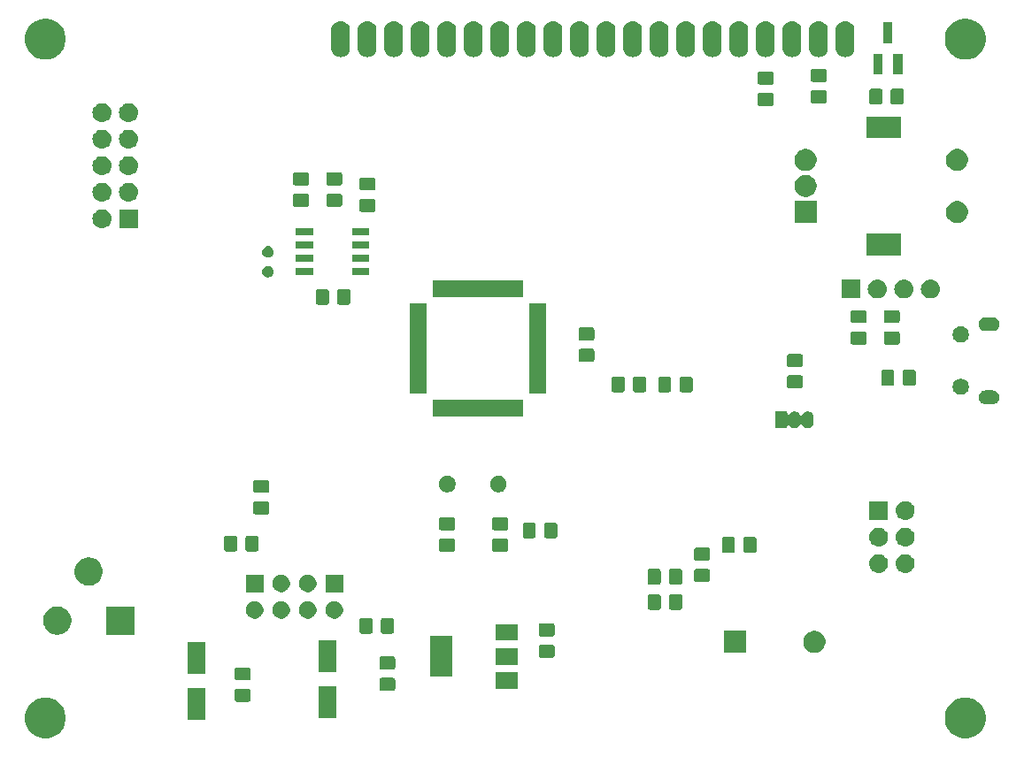
<source format=gbr>
G04 #@! TF.GenerationSoftware,KiCad,Pcbnew,(5.0.1)-3*
G04 #@! TF.CreationDate,2018-11-20T19:11:30+01:00*
G04 #@! TF.ProjectId,WeatherClock,57656174686572436C6F636B2E6B6963,rev?*
G04 #@! TF.SameCoordinates,Original*
G04 #@! TF.FileFunction,Soldermask,Bot*
G04 #@! TF.FilePolarity,Negative*
%FSLAX46Y46*%
G04 Gerber Fmt 4.6, Leading zero omitted, Abs format (unit mm)*
G04 Created by KiCad (PCBNEW (5.0.1)-3) date 20.11.2018 19:11:30*
%MOMM*%
%LPD*%
G01*
G04 APERTURE LIST*
%ADD10C,0.100000*%
G04 APERTURE END LIST*
D10*
G36*
X188444579Y-130364112D02*
X188570544Y-130389168D01*
X188690735Y-130438953D01*
X188926512Y-130536615D01*
X189246880Y-130750678D01*
X189519322Y-131023120D01*
X189733385Y-131343488D01*
X189880832Y-131699457D01*
X189956000Y-132077349D01*
X189956000Y-132462651D01*
X189880832Y-132840543D01*
X189733385Y-133196512D01*
X189519322Y-133516880D01*
X189246880Y-133789322D01*
X188926512Y-134003385D01*
X188717991Y-134089757D01*
X188570544Y-134150832D01*
X188444579Y-134175888D01*
X188192651Y-134226000D01*
X187807349Y-134226000D01*
X187555421Y-134175888D01*
X187429456Y-134150832D01*
X187282009Y-134089757D01*
X187073488Y-134003385D01*
X186753120Y-133789322D01*
X186480678Y-133516880D01*
X186266615Y-133196512D01*
X186119168Y-132840543D01*
X186044000Y-132462651D01*
X186044000Y-132077349D01*
X186119168Y-131699457D01*
X186266615Y-131343488D01*
X186480678Y-131023120D01*
X186753120Y-130750678D01*
X187073488Y-130536615D01*
X187309265Y-130438953D01*
X187429456Y-130389168D01*
X187555421Y-130364112D01*
X187807349Y-130314000D01*
X188192651Y-130314000D01*
X188444579Y-130364112D01*
X188444579Y-130364112D01*
G37*
G36*
X100444579Y-130364112D02*
X100570544Y-130389168D01*
X100690735Y-130438953D01*
X100926512Y-130536615D01*
X101246880Y-130750678D01*
X101519322Y-131023120D01*
X101733385Y-131343488D01*
X101880832Y-131699457D01*
X101956000Y-132077349D01*
X101956000Y-132462651D01*
X101880832Y-132840543D01*
X101733385Y-133196512D01*
X101519322Y-133516880D01*
X101246880Y-133789322D01*
X100926512Y-134003385D01*
X100717991Y-134089757D01*
X100570544Y-134150832D01*
X100444579Y-134175888D01*
X100192651Y-134226000D01*
X99807349Y-134226000D01*
X99555421Y-134175888D01*
X99429456Y-134150832D01*
X99282009Y-134089757D01*
X99073488Y-134003385D01*
X98753120Y-133789322D01*
X98480678Y-133516880D01*
X98266615Y-133196512D01*
X98119168Y-132840543D01*
X98044000Y-132462651D01*
X98044000Y-132077349D01*
X98119168Y-131699457D01*
X98266615Y-131343488D01*
X98480678Y-131023120D01*
X98753120Y-130750678D01*
X99073488Y-130536615D01*
X99309265Y-130438953D01*
X99429456Y-130389168D01*
X99555421Y-130364112D01*
X99807349Y-130314000D01*
X100192651Y-130314000D01*
X100444579Y-130364112D01*
X100444579Y-130364112D01*
G37*
G36*
X115276568Y-132471126D02*
X113574568Y-132471126D01*
X113574568Y-129369126D01*
X115276568Y-129369126D01*
X115276568Y-132471126D01*
X115276568Y-132471126D01*
G37*
G36*
X127851000Y-132316000D02*
X126149000Y-132316000D01*
X126149000Y-129214000D01*
X127851000Y-129214000D01*
X127851000Y-132316000D01*
X127851000Y-132316000D01*
G37*
G36*
X119459245Y-129463591D02*
X119496932Y-129475024D01*
X119531671Y-129493592D01*
X119562116Y-129518578D01*
X119587102Y-129549023D01*
X119605670Y-129583762D01*
X119617103Y-129621449D01*
X119621568Y-129666787D01*
X119621568Y-130503465D01*
X119617103Y-130548803D01*
X119605670Y-130586490D01*
X119587102Y-130621229D01*
X119562116Y-130651674D01*
X119531671Y-130676660D01*
X119496932Y-130695228D01*
X119459245Y-130706661D01*
X119413907Y-130711126D01*
X118327229Y-130711126D01*
X118281891Y-130706661D01*
X118244204Y-130695228D01*
X118209465Y-130676660D01*
X118179020Y-130651674D01*
X118154034Y-130621229D01*
X118135466Y-130586490D01*
X118124033Y-130548803D01*
X118119568Y-130503465D01*
X118119568Y-129666787D01*
X118124033Y-129621449D01*
X118135466Y-129583762D01*
X118154034Y-129549023D01*
X118179020Y-129518578D01*
X118209465Y-129493592D01*
X118244204Y-129475024D01*
X118281891Y-129463591D01*
X118327229Y-129459126D01*
X119413907Y-129459126D01*
X119459245Y-129463591D01*
X119459245Y-129463591D01*
G37*
G36*
X133303677Y-128428465D02*
X133341364Y-128439898D01*
X133376103Y-128458466D01*
X133406548Y-128483452D01*
X133431534Y-128513897D01*
X133450102Y-128548636D01*
X133461535Y-128586323D01*
X133466000Y-128631661D01*
X133466000Y-129468339D01*
X133461535Y-129513677D01*
X133450102Y-129551364D01*
X133431534Y-129586103D01*
X133406548Y-129616548D01*
X133376103Y-129641534D01*
X133341364Y-129660102D01*
X133303677Y-129671535D01*
X133258339Y-129676000D01*
X132171661Y-129676000D01*
X132126323Y-129671535D01*
X132088636Y-129660102D01*
X132053897Y-129641534D01*
X132023452Y-129616548D01*
X131998466Y-129586103D01*
X131979898Y-129551364D01*
X131968465Y-129513677D01*
X131964000Y-129468339D01*
X131964000Y-128631661D01*
X131968465Y-128586323D01*
X131979898Y-128548636D01*
X131998466Y-128513897D01*
X132023452Y-128483452D01*
X132053897Y-128458466D01*
X132088636Y-128439898D01*
X132126323Y-128428465D01*
X132171661Y-128424000D01*
X133258339Y-128424000D01*
X133303677Y-128428465D01*
X133303677Y-128428465D01*
G37*
G36*
X145196000Y-129466000D02*
X143094000Y-129466000D01*
X143094000Y-127864000D01*
X145196000Y-127864000D01*
X145196000Y-129466000D01*
X145196000Y-129466000D01*
G37*
G36*
X119459245Y-127413591D02*
X119496932Y-127425024D01*
X119531671Y-127443592D01*
X119562116Y-127468578D01*
X119587102Y-127499023D01*
X119605670Y-127533762D01*
X119617103Y-127571449D01*
X119621568Y-127616787D01*
X119621568Y-128453465D01*
X119617103Y-128498803D01*
X119605670Y-128536490D01*
X119587102Y-128571229D01*
X119562116Y-128601674D01*
X119531671Y-128626660D01*
X119496932Y-128645228D01*
X119459245Y-128656661D01*
X119413907Y-128661126D01*
X118327229Y-128661126D01*
X118281891Y-128656661D01*
X118244204Y-128645228D01*
X118209465Y-128626660D01*
X118179020Y-128601674D01*
X118154034Y-128571229D01*
X118135466Y-128536490D01*
X118124033Y-128498803D01*
X118119568Y-128453465D01*
X118119568Y-127616787D01*
X118124033Y-127571449D01*
X118135466Y-127533762D01*
X118154034Y-127499023D01*
X118179020Y-127468578D01*
X118209465Y-127443592D01*
X118244204Y-127425024D01*
X118281891Y-127413591D01*
X118327229Y-127409126D01*
X119413907Y-127409126D01*
X119459245Y-127413591D01*
X119459245Y-127413591D01*
G37*
G36*
X138896000Y-128316000D02*
X136794000Y-128316000D01*
X136794000Y-124414000D01*
X138896000Y-124414000D01*
X138896000Y-128316000D01*
X138896000Y-128316000D01*
G37*
G36*
X115276568Y-128071126D02*
X113574568Y-128071126D01*
X113574568Y-124969126D01*
X115276568Y-124969126D01*
X115276568Y-128071126D01*
X115276568Y-128071126D01*
G37*
G36*
X127851000Y-127916000D02*
X126149000Y-127916000D01*
X126149000Y-124814000D01*
X127851000Y-124814000D01*
X127851000Y-127916000D01*
X127851000Y-127916000D01*
G37*
G36*
X133303677Y-126378465D02*
X133341364Y-126389898D01*
X133376103Y-126408466D01*
X133406548Y-126433452D01*
X133431534Y-126463897D01*
X133450102Y-126498636D01*
X133461535Y-126536323D01*
X133466000Y-126581661D01*
X133466000Y-127418339D01*
X133461535Y-127463677D01*
X133450102Y-127501364D01*
X133431534Y-127536103D01*
X133406548Y-127566548D01*
X133376103Y-127591534D01*
X133341364Y-127610102D01*
X133303677Y-127621535D01*
X133258339Y-127626000D01*
X132171661Y-127626000D01*
X132126323Y-127621535D01*
X132088636Y-127610102D01*
X132053897Y-127591534D01*
X132023452Y-127566548D01*
X131998466Y-127536103D01*
X131979898Y-127501364D01*
X131968465Y-127463677D01*
X131964000Y-127418339D01*
X131964000Y-126581661D01*
X131968465Y-126536323D01*
X131979898Y-126498636D01*
X131998466Y-126463897D01*
X132023452Y-126433452D01*
X132053897Y-126408466D01*
X132088636Y-126389898D01*
X132126323Y-126378465D01*
X132171661Y-126374000D01*
X133258339Y-126374000D01*
X133303677Y-126378465D01*
X133303677Y-126378465D01*
G37*
G36*
X145196000Y-127166000D02*
X143094000Y-127166000D01*
X143094000Y-125564000D01*
X145196000Y-125564000D01*
X145196000Y-127166000D01*
X145196000Y-127166000D01*
G37*
G36*
X148543677Y-125253465D02*
X148581364Y-125264898D01*
X148616103Y-125283466D01*
X148646548Y-125308452D01*
X148671534Y-125338897D01*
X148690102Y-125373636D01*
X148701535Y-125411323D01*
X148706000Y-125456661D01*
X148706000Y-126293339D01*
X148701535Y-126338677D01*
X148690102Y-126376364D01*
X148671534Y-126411103D01*
X148646548Y-126441548D01*
X148616103Y-126466534D01*
X148581364Y-126485102D01*
X148543677Y-126496535D01*
X148498339Y-126501000D01*
X147411661Y-126501000D01*
X147366323Y-126496535D01*
X147328636Y-126485102D01*
X147293897Y-126466534D01*
X147263452Y-126441548D01*
X147238466Y-126411103D01*
X147219898Y-126376364D01*
X147208465Y-126338677D01*
X147204000Y-126293339D01*
X147204000Y-125456661D01*
X147208465Y-125411323D01*
X147219898Y-125373636D01*
X147238466Y-125338897D01*
X147263452Y-125308452D01*
X147293897Y-125283466D01*
X147328636Y-125264898D01*
X147366323Y-125253465D01*
X147411661Y-125249000D01*
X148498339Y-125249000D01*
X148543677Y-125253465D01*
X148543677Y-125253465D01*
G37*
G36*
X167015000Y-126019000D02*
X164913000Y-126019000D01*
X164913000Y-123917000D01*
X167015000Y-123917000D01*
X167015000Y-126019000D01*
X167015000Y-126019000D01*
G37*
G36*
X173870565Y-123957389D02*
X174061834Y-124036615D01*
X174233976Y-124151637D01*
X174380363Y-124298024D01*
X174495385Y-124470166D01*
X174574611Y-124661435D01*
X174615000Y-124864484D01*
X174615000Y-125071516D01*
X174574611Y-125274565D01*
X174495385Y-125465834D01*
X174380363Y-125637976D01*
X174233976Y-125784363D01*
X174061834Y-125899385D01*
X173870565Y-125978611D01*
X173667516Y-126019000D01*
X173460484Y-126019000D01*
X173257435Y-125978611D01*
X173066166Y-125899385D01*
X172894024Y-125784363D01*
X172747637Y-125637976D01*
X172632615Y-125465834D01*
X172553389Y-125274565D01*
X172513000Y-125071516D01*
X172513000Y-124864484D01*
X172553389Y-124661435D01*
X172632615Y-124470166D01*
X172747637Y-124298024D01*
X172894024Y-124151637D01*
X173066166Y-124036615D01*
X173257435Y-123957389D01*
X173460484Y-123917000D01*
X173667516Y-123917000D01*
X173870565Y-123957389D01*
X173870565Y-123957389D01*
G37*
G36*
X145196000Y-124866000D02*
X143094000Y-124866000D01*
X143094000Y-123264000D01*
X145196000Y-123264000D01*
X145196000Y-124866000D01*
X145196000Y-124866000D01*
G37*
G36*
X148543677Y-123203465D02*
X148581364Y-123214898D01*
X148616103Y-123233466D01*
X148646548Y-123258452D01*
X148671534Y-123288897D01*
X148690102Y-123323636D01*
X148701535Y-123361323D01*
X148706000Y-123406661D01*
X148706000Y-124243339D01*
X148701535Y-124288677D01*
X148690102Y-124326364D01*
X148671534Y-124361103D01*
X148646548Y-124391548D01*
X148616103Y-124416534D01*
X148581364Y-124435102D01*
X148543677Y-124446535D01*
X148498339Y-124451000D01*
X147411661Y-124451000D01*
X147366323Y-124446535D01*
X147328636Y-124435102D01*
X147293897Y-124416534D01*
X147263452Y-124391548D01*
X147238466Y-124361103D01*
X147219898Y-124326364D01*
X147208465Y-124288677D01*
X147204000Y-124243339D01*
X147204000Y-123406661D01*
X147208465Y-123361323D01*
X147219898Y-123323636D01*
X147238466Y-123288897D01*
X147263452Y-123258452D01*
X147293897Y-123233466D01*
X147328636Y-123214898D01*
X147366323Y-123203465D01*
X147411661Y-123199000D01*
X148498339Y-123199000D01*
X148543677Y-123203465D01*
X148543677Y-123203465D01*
G37*
G36*
X101403567Y-121611959D02*
X101534072Y-121637918D01*
X101779939Y-121739759D01*
X102000464Y-121887110D01*
X102001215Y-121887612D01*
X102189388Y-122075785D01*
X102189390Y-122075788D01*
X102337241Y-122297061D01*
X102439082Y-122542928D01*
X102491000Y-122803938D01*
X102491000Y-123070062D01*
X102439082Y-123331072D01*
X102337241Y-123576939D01*
X102189890Y-123797464D01*
X102189388Y-123798215D01*
X102001215Y-123986388D01*
X102001212Y-123986390D01*
X101779939Y-124134241D01*
X101534072Y-124236082D01*
X101403567Y-124262041D01*
X101273063Y-124288000D01*
X101006937Y-124288000D01*
X100876433Y-124262041D01*
X100745928Y-124236082D01*
X100500061Y-124134241D01*
X100278788Y-123986390D01*
X100278785Y-123986388D01*
X100090612Y-123798215D01*
X100090110Y-123797464D01*
X99942759Y-123576939D01*
X99840918Y-123331072D01*
X99789000Y-123070062D01*
X99789000Y-122803938D01*
X99840918Y-122542928D01*
X99942759Y-122297061D01*
X100090610Y-122075788D01*
X100090612Y-122075785D01*
X100278785Y-121887612D01*
X100279536Y-121887110D01*
X100500061Y-121739759D01*
X100745928Y-121637918D01*
X100876433Y-121611959D01*
X101006937Y-121586000D01*
X101273063Y-121586000D01*
X101403567Y-121611959D01*
X101403567Y-121611959D01*
G37*
G36*
X108491000Y-124288000D02*
X105789000Y-124288000D01*
X105789000Y-121586000D01*
X108491000Y-121586000D01*
X108491000Y-124288000D01*
X108491000Y-124288000D01*
G37*
G36*
X133187677Y-122697465D02*
X133225364Y-122708898D01*
X133260103Y-122727466D01*
X133290548Y-122752452D01*
X133315534Y-122782897D01*
X133334102Y-122817636D01*
X133345535Y-122855323D01*
X133350000Y-122900661D01*
X133350000Y-123987339D01*
X133345535Y-124032677D01*
X133334102Y-124070364D01*
X133315534Y-124105103D01*
X133290548Y-124135548D01*
X133260103Y-124160534D01*
X133225364Y-124179102D01*
X133187677Y-124190535D01*
X133142339Y-124195000D01*
X132305661Y-124195000D01*
X132260323Y-124190535D01*
X132222636Y-124179102D01*
X132187897Y-124160534D01*
X132157452Y-124135548D01*
X132132466Y-124105103D01*
X132113898Y-124070364D01*
X132102465Y-124032677D01*
X132098000Y-123987339D01*
X132098000Y-122900661D01*
X132102465Y-122855323D01*
X132113898Y-122817636D01*
X132132466Y-122782897D01*
X132157452Y-122752452D01*
X132187897Y-122727466D01*
X132222636Y-122708898D01*
X132260323Y-122697465D01*
X132305661Y-122693000D01*
X133142339Y-122693000D01*
X133187677Y-122697465D01*
X133187677Y-122697465D01*
G37*
G36*
X131137677Y-122697465D02*
X131175364Y-122708898D01*
X131210103Y-122727466D01*
X131240548Y-122752452D01*
X131265534Y-122782897D01*
X131284102Y-122817636D01*
X131295535Y-122855323D01*
X131300000Y-122900661D01*
X131300000Y-123987339D01*
X131295535Y-124032677D01*
X131284102Y-124070364D01*
X131265534Y-124105103D01*
X131240548Y-124135548D01*
X131210103Y-124160534D01*
X131175364Y-124179102D01*
X131137677Y-124190535D01*
X131092339Y-124195000D01*
X130255661Y-124195000D01*
X130210323Y-124190535D01*
X130172636Y-124179102D01*
X130137897Y-124160534D01*
X130107452Y-124135548D01*
X130082466Y-124105103D01*
X130063898Y-124070364D01*
X130052465Y-124032677D01*
X130048000Y-123987339D01*
X130048000Y-122900661D01*
X130052465Y-122855323D01*
X130063898Y-122817636D01*
X130082466Y-122782897D01*
X130107452Y-122752452D01*
X130137897Y-122727466D01*
X130172636Y-122708898D01*
X130210323Y-122697465D01*
X130255661Y-122693000D01*
X131092339Y-122693000D01*
X131137677Y-122697465D01*
X131137677Y-122697465D01*
G37*
G36*
X127879581Y-121113723D02*
X128032179Y-121176931D01*
X128169513Y-121268695D01*
X128286305Y-121385487D01*
X128378069Y-121522821D01*
X128441277Y-121675419D01*
X128473500Y-121837414D01*
X128473500Y-122002586D01*
X128441277Y-122164581D01*
X128378069Y-122317179D01*
X128286305Y-122454513D01*
X128169513Y-122571305D01*
X128032179Y-122663069D01*
X127879581Y-122726277D01*
X127717586Y-122758500D01*
X127552414Y-122758500D01*
X127390419Y-122726277D01*
X127237821Y-122663069D01*
X127100487Y-122571305D01*
X126983695Y-122454513D01*
X126891931Y-122317179D01*
X126828723Y-122164581D01*
X126796500Y-122002586D01*
X126796500Y-121837414D01*
X126828723Y-121675419D01*
X126891931Y-121522821D01*
X126983695Y-121385487D01*
X127100487Y-121268695D01*
X127237821Y-121176931D01*
X127390419Y-121113723D01*
X127552414Y-121081500D01*
X127717586Y-121081500D01*
X127879581Y-121113723D01*
X127879581Y-121113723D01*
G37*
G36*
X125339581Y-121113723D02*
X125492179Y-121176931D01*
X125629513Y-121268695D01*
X125746305Y-121385487D01*
X125838069Y-121522821D01*
X125901277Y-121675419D01*
X125933500Y-121837414D01*
X125933500Y-122002586D01*
X125901277Y-122164581D01*
X125838069Y-122317179D01*
X125746305Y-122454513D01*
X125629513Y-122571305D01*
X125492179Y-122663069D01*
X125339581Y-122726277D01*
X125177586Y-122758500D01*
X125012414Y-122758500D01*
X124850419Y-122726277D01*
X124697821Y-122663069D01*
X124560487Y-122571305D01*
X124443695Y-122454513D01*
X124351931Y-122317179D01*
X124288723Y-122164581D01*
X124256500Y-122002586D01*
X124256500Y-121837414D01*
X124288723Y-121675419D01*
X124351931Y-121522821D01*
X124443695Y-121385487D01*
X124560487Y-121268695D01*
X124697821Y-121176931D01*
X124850419Y-121113723D01*
X125012414Y-121081500D01*
X125177586Y-121081500D01*
X125339581Y-121113723D01*
X125339581Y-121113723D01*
G37*
G36*
X122799581Y-121113723D02*
X122952179Y-121176931D01*
X123089513Y-121268695D01*
X123206305Y-121385487D01*
X123298069Y-121522821D01*
X123361277Y-121675419D01*
X123393500Y-121837414D01*
X123393500Y-122002586D01*
X123361277Y-122164581D01*
X123298069Y-122317179D01*
X123206305Y-122454513D01*
X123089513Y-122571305D01*
X122952179Y-122663069D01*
X122799581Y-122726277D01*
X122637586Y-122758500D01*
X122472414Y-122758500D01*
X122310419Y-122726277D01*
X122157821Y-122663069D01*
X122020487Y-122571305D01*
X121903695Y-122454513D01*
X121811931Y-122317179D01*
X121748723Y-122164581D01*
X121716500Y-122002586D01*
X121716500Y-121837414D01*
X121748723Y-121675419D01*
X121811931Y-121522821D01*
X121903695Y-121385487D01*
X122020487Y-121268695D01*
X122157821Y-121176931D01*
X122310419Y-121113723D01*
X122472414Y-121081500D01*
X122637586Y-121081500D01*
X122799581Y-121113723D01*
X122799581Y-121113723D01*
G37*
G36*
X120259581Y-121113723D02*
X120412179Y-121176931D01*
X120549513Y-121268695D01*
X120666305Y-121385487D01*
X120758069Y-121522821D01*
X120821277Y-121675419D01*
X120853500Y-121837414D01*
X120853500Y-122002586D01*
X120821277Y-122164581D01*
X120758069Y-122317179D01*
X120666305Y-122454513D01*
X120549513Y-122571305D01*
X120412179Y-122663069D01*
X120259581Y-122726277D01*
X120097586Y-122758500D01*
X119932414Y-122758500D01*
X119770419Y-122726277D01*
X119617821Y-122663069D01*
X119480487Y-122571305D01*
X119363695Y-122454513D01*
X119271931Y-122317179D01*
X119208723Y-122164581D01*
X119176500Y-122002586D01*
X119176500Y-121837414D01*
X119208723Y-121675419D01*
X119271931Y-121522821D01*
X119363695Y-121385487D01*
X119480487Y-121268695D01*
X119617821Y-121176931D01*
X119770419Y-121113723D01*
X119932414Y-121081500D01*
X120097586Y-121081500D01*
X120259581Y-121113723D01*
X120259581Y-121113723D01*
G37*
G36*
X158705677Y-120411465D02*
X158743364Y-120422898D01*
X158778103Y-120441466D01*
X158808548Y-120466452D01*
X158833534Y-120496897D01*
X158852102Y-120531636D01*
X158863535Y-120569323D01*
X158868000Y-120614661D01*
X158868000Y-121701339D01*
X158863535Y-121746677D01*
X158852102Y-121784364D01*
X158833534Y-121819103D01*
X158808548Y-121849548D01*
X158778103Y-121874534D01*
X158743364Y-121893102D01*
X158705677Y-121904535D01*
X158660339Y-121909000D01*
X157823661Y-121909000D01*
X157778323Y-121904535D01*
X157740636Y-121893102D01*
X157705897Y-121874534D01*
X157675452Y-121849548D01*
X157650466Y-121819103D01*
X157631898Y-121784364D01*
X157620465Y-121746677D01*
X157616000Y-121701339D01*
X157616000Y-120614661D01*
X157620465Y-120569323D01*
X157631898Y-120531636D01*
X157650466Y-120496897D01*
X157675452Y-120466452D01*
X157705897Y-120441466D01*
X157740636Y-120422898D01*
X157778323Y-120411465D01*
X157823661Y-120407000D01*
X158660339Y-120407000D01*
X158705677Y-120411465D01*
X158705677Y-120411465D01*
G37*
G36*
X160755677Y-120411465D02*
X160793364Y-120422898D01*
X160828103Y-120441466D01*
X160858548Y-120466452D01*
X160883534Y-120496897D01*
X160902102Y-120531636D01*
X160913535Y-120569323D01*
X160918000Y-120614661D01*
X160918000Y-121701339D01*
X160913535Y-121746677D01*
X160902102Y-121784364D01*
X160883534Y-121819103D01*
X160858548Y-121849548D01*
X160828103Y-121874534D01*
X160793364Y-121893102D01*
X160755677Y-121904535D01*
X160710339Y-121909000D01*
X159873661Y-121909000D01*
X159828323Y-121904535D01*
X159790636Y-121893102D01*
X159755897Y-121874534D01*
X159725452Y-121849548D01*
X159700466Y-121819103D01*
X159681898Y-121784364D01*
X159670465Y-121746677D01*
X159666000Y-121701339D01*
X159666000Y-120614661D01*
X159670465Y-120569323D01*
X159681898Y-120531636D01*
X159700466Y-120496897D01*
X159725452Y-120466452D01*
X159755897Y-120441466D01*
X159790636Y-120422898D01*
X159828323Y-120411465D01*
X159873661Y-120407000D01*
X160710339Y-120407000D01*
X160755677Y-120411465D01*
X160755677Y-120411465D01*
G37*
G36*
X128473500Y-120218500D02*
X126796500Y-120218500D01*
X126796500Y-118541500D01*
X128473500Y-118541500D01*
X128473500Y-120218500D01*
X128473500Y-120218500D01*
G37*
G36*
X120853500Y-120218500D02*
X119176500Y-120218500D01*
X119176500Y-118541500D01*
X120853500Y-118541500D01*
X120853500Y-120218500D01*
X120853500Y-120218500D01*
G37*
G36*
X125339581Y-118573723D02*
X125492179Y-118636931D01*
X125629513Y-118728695D01*
X125746305Y-118845487D01*
X125838069Y-118982821D01*
X125901277Y-119135419D01*
X125933500Y-119297414D01*
X125933500Y-119462586D01*
X125901277Y-119624581D01*
X125838069Y-119777179D01*
X125746305Y-119914513D01*
X125629513Y-120031305D01*
X125492179Y-120123069D01*
X125339581Y-120186277D01*
X125177586Y-120218500D01*
X125012414Y-120218500D01*
X124850419Y-120186277D01*
X124697821Y-120123069D01*
X124560487Y-120031305D01*
X124443695Y-119914513D01*
X124351931Y-119777179D01*
X124288723Y-119624581D01*
X124256500Y-119462586D01*
X124256500Y-119297414D01*
X124288723Y-119135419D01*
X124351931Y-118982821D01*
X124443695Y-118845487D01*
X124560487Y-118728695D01*
X124697821Y-118636931D01*
X124850419Y-118573723D01*
X125012414Y-118541500D01*
X125177586Y-118541500D01*
X125339581Y-118573723D01*
X125339581Y-118573723D01*
G37*
G36*
X122799581Y-118573723D02*
X122952179Y-118636931D01*
X123089513Y-118728695D01*
X123206305Y-118845487D01*
X123298069Y-118982821D01*
X123361277Y-119135419D01*
X123393500Y-119297414D01*
X123393500Y-119462586D01*
X123361277Y-119624581D01*
X123298069Y-119777179D01*
X123206305Y-119914513D01*
X123089513Y-120031305D01*
X122952179Y-120123069D01*
X122799581Y-120186277D01*
X122637586Y-120218500D01*
X122472414Y-120218500D01*
X122310419Y-120186277D01*
X122157821Y-120123069D01*
X122020487Y-120031305D01*
X121903695Y-119914513D01*
X121811931Y-119777179D01*
X121748723Y-119624581D01*
X121716500Y-119462586D01*
X121716500Y-119297414D01*
X121748723Y-119135419D01*
X121811931Y-118982821D01*
X121903695Y-118845487D01*
X122020487Y-118728695D01*
X122157821Y-118636931D01*
X122310419Y-118573723D01*
X122472414Y-118541500D01*
X122637586Y-118541500D01*
X122799581Y-118573723D01*
X122799581Y-118573723D01*
G37*
G36*
X104403567Y-116911959D02*
X104534072Y-116937918D01*
X104779939Y-117039759D01*
X104955597Y-117157131D01*
X105001215Y-117187612D01*
X105189388Y-117375785D01*
X105189390Y-117375788D01*
X105337241Y-117597061D01*
X105439082Y-117842928D01*
X105439082Y-117842929D01*
X105474646Y-118021718D01*
X105491000Y-118103938D01*
X105491000Y-118370062D01*
X105439082Y-118631072D01*
X105337241Y-118876939D01*
X105224719Y-119045339D01*
X105189388Y-119098215D01*
X105001215Y-119286388D01*
X105001212Y-119286390D01*
X104779939Y-119434241D01*
X104534072Y-119536082D01*
X104403567Y-119562041D01*
X104273063Y-119588000D01*
X104006937Y-119588000D01*
X103876433Y-119562041D01*
X103745928Y-119536082D01*
X103500061Y-119434241D01*
X103278788Y-119286390D01*
X103278785Y-119286388D01*
X103090612Y-119098215D01*
X103055281Y-119045339D01*
X102942759Y-118876939D01*
X102840918Y-118631072D01*
X102789000Y-118370062D01*
X102789000Y-118103938D01*
X102805355Y-118021718D01*
X102840918Y-117842929D01*
X102840918Y-117842928D01*
X102942759Y-117597061D01*
X103090610Y-117375788D01*
X103090612Y-117375785D01*
X103278785Y-117187612D01*
X103324403Y-117157131D01*
X103500061Y-117039759D01*
X103745928Y-116937918D01*
X103876433Y-116911959D01*
X104006937Y-116886000D01*
X104273063Y-116886000D01*
X104403567Y-116911959D01*
X104403567Y-116911959D01*
G37*
G36*
X158705677Y-117998465D02*
X158743364Y-118009898D01*
X158778103Y-118028466D01*
X158808548Y-118053452D01*
X158833534Y-118083897D01*
X158852102Y-118118636D01*
X158863535Y-118156323D01*
X158868000Y-118201661D01*
X158868000Y-119288339D01*
X158863535Y-119333677D01*
X158852102Y-119371364D01*
X158833534Y-119406103D01*
X158808548Y-119436548D01*
X158778103Y-119461534D01*
X158743364Y-119480102D01*
X158705677Y-119491535D01*
X158660339Y-119496000D01*
X157823661Y-119496000D01*
X157778323Y-119491535D01*
X157740636Y-119480102D01*
X157705897Y-119461534D01*
X157675452Y-119436548D01*
X157650466Y-119406103D01*
X157631898Y-119371364D01*
X157620465Y-119333677D01*
X157616000Y-119288339D01*
X157616000Y-118201661D01*
X157620465Y-118156323D01*
X157631898Y-118118636D01*
X157650466Y-118083897D01*
X157675452Y-118053452D01*
X157705897Y-118028466D01*
X157740636Y-118009898D01*
X157778323Y-117998465D01*
X157823661Y-117994000D01*
X158660339Y-117994000D01*
X158705677Y-117998465D01*
X158705677Y-117998465D01*
G37*
G36*
X160755677Y-117998465D02*
X160793364Y-118009898D01*
X160828103Y-118028466D01*
X160858548Y-118053452D01*
X160883534Y-118083897D01*
X160902102Y-118118636D01*
X160913535Y-118156323D01*
X160918000Y-118201661D01*
X160918000Y-119288339D01*
X160913535Y-119333677D01*
X160902102Y-119371364D01*
X160883534Y-119406103D01*
X160858548Y-119436548D01*
X160828103Y-119461534D01*
X160793364Y-119480102D01*
X160755677Y-119491535D01*
X160710339Y-119496000D01*
X159873661Y-119496000D01*
X159828323Y-119491535D01*
X159790636Y-119480102D01*
X159755897Y-119461534D01*
X159725452Y-119436548D01*
X159700466Y-119406103D01*
X159681898Y-119371364D01*
X159670465Y-119333677D01*
X159666000Y-119288339D01*
X159666000Y-118201661D01*
X159670465Y-118156323D01*
X159681898Y-118118636D01*
X159700466Y-118083897D01*
X159725452Y-118053452D01*
X159755897Y-118028466D01*
X159790636Y-118009898D01*
X159828323Y-117998465D01*
X159873661Y-117994000D01*
X160710339Y-117994000D01*
X160755677Y-117998465D01*
X160755677Y-117998465D01*
G37*
G36*
X163402677Y-118005465D02*
X163440364Y-118016898D01*
X163475103Y-118035466D01*
X163505548Y-118060452D01*
X163530534Y-118090897D01*
X163549102Y-118125636D01*
X163560535Y-118163323D01*
X163565000Y-118208661D01*
X163565000Y-119045339D01*
X163560535Y-119090677D01*
X163549102Y-119128364D01*
X163530534Y-119163103D01*
X163505548Y-119193548D01*
X163475103Y-119218534D01*
X163440364Y-119237102D01*
X163402677Y-119248535D01*
X163357339Y-119253000D01*
X162270661Y-119253000D01*
X162225323Y-119248535D01*
X162187636Y-119237102D01*
X162152897Y-119218534D01*
X162122452Y-119193548D01*
X162097466Y-119163103D01*
X162078898Y-119128364D01*
X162067465Y-119090677D01*
X162063000Y-119045339D01*
X162063000Y-118208661D01*
X162067465Y-118163323D01*
X162078898Y-118125636D01*
X162097466Y-118090897D01*
X162122452Y-118060452D01*
X162152897Y-118035466D01*
X162187636Y-118016898D01*
X162225323Y-118005465D01*
X162270661Y-118001000D01*
X163357339Y-118001000D01*
X163402677Y-118005465D01*
X163402677Y-118005465D01*
G37*
G36*
X179815443Y-116580519D02*
X179881627Y-116587037D01*
X179994853Y-116621384D01*
X180051467Y-116638557D01*
X180190087Y-116712652D01*
X180207991Y-116722222D01*
X180243729Y-116751552D01*
X180345186Y-116834814D01*
X180423981Y-116930827D01*
X180457778Y-116972009D01*
X180457779Y-116972011D01*
X180541443Y-117128533D01*
X180550118Y-117157131D01*
X180592963Y-117298373D01*
X180610359Y-117475000D01*
X180592963Y-117651627D01*
X180558616Y-117764853D01*
X180541443Y-117821467D01*
X180529971Y-117842929D01*
X180457778Y-117977991D01*
X180434603Y-118006230D01*
X180345186Y-118115186D01*
X180243729Y-118198448D01*
X180207991Y-118227778D01*
X180207989Y-118227779D01*
X180051467Y-118311443D01*
X179994853Y-118328616D01*
X179881627Y-118362963D01*
X179815442Y-118369482D01*
X179749260Y-118376000D01*
X179660740Y-118376000D01*
X179594558Y-118369482D01*
X179528373Y-118362963D01*
X179415147Y-118328616D01*
X179358533Y-118311443D01*
X179202011Y-118227779D01*
X179202009Y-118227778D01*
X179166271Y-118198448D01*
X179064814Y-118115186D01*
X178975397Y-118006230D01*
X178952222Y-117977991D01*
X178880029Y-117842929D01*
X178868557Y-117821467D01*
X178851384Y-117764853D01*
X178817037Y-117651627D01*
X178799641Y-117475000D01*
X178817037Y-117298373D01*
X178859882Y-117157131D01*
X178868557Y-117128533D01*
X178952221Y-116972011D01*
X178952222Y-116972009D01*
X178986019Y-116930827D01*
X179064814Y-116834814D01*
X179166271Y-116751552D01*
X179202009Y-116722222D01*
X179219913Y-116712652D01*
X179358533Y-116638557D01*
X179415147Y-116621384D01*
X179528373Y-116587037D01*
X179594557Y-116580519D01*
X179660740Y-116574000D01*
X179749260Y-116574000D01*
X179815443Y-116580519D01*
X179815443Y-116580519D01*
G37*
G36*
X182355443Y-116580519D02*
X182421627Y-116587037D01*
X182534853Y-116621384D01*
X182591467Y-116638557D01*
X182730087Y-116712652D01*
X182747991Y-116722222D01*
X182783729Y-116751552D01*
X182885186Y-116834814D01*
X182963981Y-116930827D01*
X182997778Y-116972009D01*
X182997779Y-116972011D01*
X183081443Y-117128533D01*
X183090118Y-117157131D01*
X183132963Y-117298373D01*
X183150359Y-117475000D01*
X183132963Y-117651627D01*
X183098616Y-117764853D01*
X183081443Y-117821467D01*
X183069971Y-117842929D01*
X182997778Y-117977991D01*
X182974603Y-118006230D01*
X182885186Y-118115186D01*
X182783729Y-118198448D01*
X182747991Y-118227778D01*
X182747989Y-118227779D01*
X182591467Y-118311443D01*
X182534853Y-118328616D01*
X182421627Y-118362963D01*
X182355442Y-118369482D01*
X182289260Y-118376000D01*
X182200740Y-118376000D01*
X182134558Y-118369482D01*
X182068373Y-118362963D01*
X181955147Y-118328616D01*
X181898533Y-118311443D01*
X181742011Y-118227779D01*
X181742009Y-118227778D01*
X181706271Y-118198448D01*
X181604814Y-118115186D01*
X181515397Y-118006230D01*
X181492222Y-117977991D01*
X181420029Y-117842929D01*
X181408557Y-117821467D01*
X181391384Y-117764853D01*
X181357037Y-117651627D01*
X181339641Y-117475000D01*
X181357037Y-117298373D01*
X181399882Y-117157131D01*
X181408557Y-117128533D01*
X181492221Y-116972011D01*
X181492222Y-116972009D01*
X181526019Y-116930827D01*
X181604814Y-116834814D01*
X181706271Y-116751552D01*
X181742009Y-116722222D01*
X181759913Y-116712652D01*
X181898533Y-116638557D01*
X181955147Y-116621384D01*
X182068373Y-116587037D01*
X182134557Y-116580519D01*
X182200740Y-116574000D01*
X182289260Y-116574000D01*
X182355443Y-116580519D01*
X182355443Y-116580519D01*
G37*
G36*
X163402677Y-115955465D02*
X163440364Y-115966898D01*
X163475103Y-115985466D01*
X163505548Y-116010452D01*
X163530534Y-116040897D01*
X163549102Y-116075636D01*
X163560535Y-116113323D01*
X163565000Y-116158661D01*
X163565000Y-116995339D01*
X163560535Y-117040677D01*
X163549102Y-117078364D01*
X163530534Y-117113103D01*
X163505548Y-117143548D01*
X163475103Y-117168534D01*
X163440364Y-117187102D01*
X163402677Y-117198535D01*
X163357339Y-117203000D01*
X162270661Y-117203000D01*
X162225323Y-117198535D01*
X162187636Y-117187102D01*
X162152897Y-117168534D01*
X162122452Y-117143548D01*
X162097466Y-117113103D01*
X162078898Y-117078364D01*
X162067465Y-117040677D01*
X162063000Y-116995339D01*
X162063000Y-116158661D01*
X162067465Y-116113323D01*
X162078898Y-116075636D01*
X162097466Y-116040897D01*
X162122452Y-116010452D01*
X162152897Y-115985466D01*
X162187636Y-115966898D01*
X162225323Y-115955465D01*
X162270661Y-115951000D01*
X163357339Y-115951000D01*
X163402677Y-115955465D01*
X163402677Y-115955465D01*
G37*
G36*
X165808677Y-114950465D02*
X165846364Y-114961898D01*
X165881103Y-114980466D01*
X165911548Y-115005452D01*
X165936534Y-115035897D01*
X165955102Y-115070636D01*
X165966535Y-115108323D01*
X165971000Y-115153661D01*
X165971000Y-116240339D01*
X165966535Y-116285677D01*
X165955102Y-116323364D01*
X165936534Y-116358103D01*
X165911548Y-116388548D01*
X165881103Y-116413534D01*
X165846364Y-116432102D01*
X165808677Y-116443535D01*
X165763339Y-116448000D01*
X164926661Y-116448000D01*
X164881323Y-116443535D01*
X164843636Y-116432102D01*
X164808897Y-116413534D01*
X164778452Y-116388548D01*
X164753466Y-116358103D01*
X164734898Y-116323364D01*
X164723465Y-116285677D01*
X164719000Y-116240339D01*
X164719000Y-115153661D01*
X164723465Y-115108323D01*
X164734898Y-115070636D01*
X164753466Y-115035897D01*
X164778452Y-115005452D01*
X164808897Y-114980466D01*
X164843636Y-114961898D01*
X164881323Y-114950465D01*
X164926661Y-114946000D01*
X165763339Y-114946000D01*
X165808677Y-114950465D01*
X165808677Y-114950465D01*
G37*
G36*
X167858677Y-114950465D02*
X167896364Y-114961898D01*
X167931103Y-114980466D01*
X167961548Y-115005452D01*
X167986534Y-115035897D01*
X168005102Y-115070636D01*
X168016535Y-115108323D01*
X168021000Y-115153661D01*
X168021000Y-116240339D01*
X168016535Y-116285677D01*
X168005102Y-116323364D01*
X167986534Y-116358103D01*
X167961548Y-116388548D01*
X167931103Y-116413534D01*
X167896364Y-116432102D01*
X167858677Y-116443535D01*
X167813339Y-116448000D01*
X166976661Y-116448000D01*
X166931323Y-116443535D01*
X166893636Y-116432102D01*
X166858897Y-116413534D01*
X166828452Y-116388548D01*
X166803466Y-116358103D01*
X166784898Y-116323364D01*
X166773465Y-116285677D01*
X166769000Y-116240339D01*
X166769000Y-115153661D01*
X166773465Y-115108323D01*
X166784898Y-115070636D01*
X166803466Y-115035897D01*
X166828452Y-115005452D01*
X166858897Y-114980466D01*
X166893636Y-114961898D01*
X166931323Y-114950465D01*
X166976661Y-114946000D01*
X167813339Y-114946000D01*
X167858677Y-114950465D01*
X167858677Y-114950465D01*
G37*
G36*
X144098677Y-115093465D02*
X144136364Y-115104898D01*
X144171103Y-115123466D01*
X144201548Y-115148452D01*
X144226534Y-115178897D01*
X144245102Y-115213636D01*
X144256535Y-115251323D01*
X144261000Y-115296661D01*
X144261000Y-116133339D01*
X144256535Y-116178677D01*
X144245102Y-116216364D01*
X144226534Y-116251103D01*
X144201548Y-116281548D01*
X144171103Y-116306534D01*
X144136364Y-116325102D01*
X144098677Y-116336535D01*
X144053339Y-116341000D01*
X142966661Y-116341000D01*
X142921323Y-116336535D01*
X142883636Y-116325102D01*
X142848897Y-116306534D01*
X142818452Y-116281548D01*
X142793466Y-116251103D01*
X142774898Y-116216364D01*
X142763465Y-116178677D01*
X142759000Y-116133339D01*
X142759000Y-115296661D01*
X142763465Y-115251323D01*
X142774898Y-115213636D01*
X142793466Y-115178897D01*
X142818452Y-115148452D01*
X142848897Y-115123466D01*
X142883636Y-115104898D01*
X142921323Y-115093465D01*
X142966661Y-115089000D01*
X144053339Y-115089000D01*
X144098677Y-115093465D01*
X144098677Y-115093465D01*
G37*
G36*
X139018677Y-115093465D02*
X139056364Y-115104898D01*
X139091103Y-115123466D01*
X139121548Y-115148452D01*
X139146534Y-115178897D01*
X139165102Y-115213636D01*
X139176535Y-115251323D01*
X139181000Y-115296661D01*
X139181000Y-116133339D01*
X139176535Y-116178677D01*
X139165102Y-116216364D01*
X139146534Y-116251103D01*
X139121548Y-116281548D01*
X139091103Y-116306534D01*
X139056364Y-116325102D01*
X139018677Y-116336535D01*
X138973339Y-116341000D01*
X137886661Y-116341000D01*
X137841323Y-116336535D01*
X137803636Y-116325102D01*
X137768897Y-116306534D01*
X137738452Y-116281548D01*
X137713466Y-116251103D01*
X137694898Y-116216364D01*
X137683465Y-116178677D01*
X137679000Y-116133339D01*
X137679000Y-115296661D01*
X137683465Y-115251323D01*
X137694898Y-115213636D01*
X137713466Y-115178897D01*
X137738452Y-115148452D01*
X137768897Y-115123466D01*
X137803636Y-115104898D01*
X137841323Y-115093465D01*
X137886661Y-115089000D01*
X138973339Y-115089000D01*
X139018677Y-115093465D01*
X139018677Y-115093465D01*
G37*
G36*
X118183677Y-114823465D02*
X118221364Y-114834898D01*
X118256103Y-114853466D01*
X118286548Y-114878452D01*
X118311534Y-114908897D01*
X118330102Y-114943636D01*
X118341535Y-114981323D01*
X118346000Y-115026661D01*
X118346000Y-116113339D01*
X118341535Y-116158677D01*
X118330102Y-116196364D01*
X118311534Y-116231103D01*
X118286548Y-116261548D01*
X118256103Y-116286534D01*
X118221364Y-116305102D01*
X118183677Y-116316535D01*
X118138339Y-116321000D01*
X117301661Y-116321000D01*
X117256323Y-116316535D01*
X117218636Y-116305102D01*
X117183897Y-116286534D01*
X117153452Y-116261548D01*
X117128466Y-116231103D01*
X117109898Y-116196364D01*
X117098465Y-116158677D01*
X117094000Y-116113339D01*
X117094000Y-115026661D01*
X117098465Y-114981323D01*
X117109898Y-114943636D01*
X117128466Y-114908897D01*
X117153452Y-114878452D01*
X117183897Y-114853466D01*
X117218636Y-114834898D01*
X117256323Y-114823465D01*
X117301661Y-114819000D01*
X118138339Y-114819000D01*
X118183677Y-114823465D01*
X118183677Y-114823465D01*
G37*
G36*
X120233677Y-114823465D02*
X120271364Y-114834898D01*
X120306103Y-114853466D01*
X120336548Y-114878452D01*
X120361534Y-114908897D01*
X120380102Y-114943636D01*
X120391535Y-114981323D01*
X120396000Y-115026661D01*
X120396000Y-116113339D01*
X120391535Y-116158677D01*
X120380102Y-116196364D01*
X120361534Y-116231103D01*
X120336548Y-116261548D01*
X120306103Y-116286534D01*
X120271364Y-116305102D01*
X120233677Y-116316535D01*
X120188339Y-116321000D01*
X119351661Y-116321000D01*
X119306323Y-116316535D01*
X119268636Y-116305102D01*
X119233897Y-116286534D01*
X119203452Y-116261548D01*
X119178466Y-116231103D01*
X119159898Y-116196364D01*
X119148465Y-116158677D01*
X119144000Y-116113339D01*
X119144000Y-115026661D01*
X119148465Y-114981323D01*
X119159898Y-114943636D01*
X119178466Y-114908897D01*
X119203452Y-114878452D01*
X119233897Y-114853466D01*
X119268636Y-114834898D01*
X119306323Y-114823465D01*
X119351661Y-114819000D01*
X120188339Y-114819000D01*
X120233677Y-114823465D01*
X120233677Y-114823465D01*
G37*
G36*
X182355442Y-114040518D02*
X182421627Y-114047037D01*
X182534853Y-114081384D01*
X182591467Y-114098557D01*
X182718323Y-114166364D01*
X182747991Y-114182222D01*
X182770997Y-114201103D01*
X182885186Y-114294814D01*
X182968448Y-114396271D01*
X182997778Y-114432009D01*
X182997779Y-114432011D01*
X183081443Y-114588533D01*
X183081443Y-114588534D01*
X183132963Y-114758373D01*
X183150359Y-114935000D01*
X183132963Y-115111627D01*
X183112557Y-115178897D01*
X183081443Y-115281467D01*
X183007348Y-115420087D01*
X182997778Y-115437991D01*
X182968448Y-115473729D01*
X182885186Y-115575186D01*
X182783729Y-115658448D01*
X182747991Y-115687778D01*
X182747989Y-115687779D01*
X182591467Y-115771443D01*
X182534853Y-115788616D01*
X182421627Y-115822963D01*
X182355443Y-115829481D01*
X182289260Y-115836000D01*
X182200740Y-115836000D01*
X182134557Y-115829481D01*
X182068373Y-115822963D01*
X181955147Y-115788616D01*
X181898533Y-115771443D01*
X181742011Y-115687779D01*
X181742009Y-115687778D01*
X181706271Y-115658448D01*
X181604814Y-115575186D01*
X181521552Y-115473729D01*
X181492222Y-115437991D01*
X181482652Y-115420087D01*
X181408557Y-115281467D01*
X181377443Y-115178897D01*
X181357037Y-115111627D01*
X181339641Y-114935000D01*
X181357037Y-114758373D01*
X181408557Y-114588534D01*
X181408557Y-114588533D01*
X181492221Y-114432011D01*
X181492222Y-114432009D01*
X181521552Y-114396271D01*
X181604814Y-114294814D01*
X181719003Y-114201103D01*
X181742009Y-114182222D01*
X181771677Y-114166364D01*
X181898533Y-114098557D01*
X181955147Y-114081384D01*
X182068373Y-114047037D01*
X182134558Y-114040518D01*
X182200740Y-114034000D01*
X182289260Y-114034000D01*
X182355442Y-114040518D01*
X182355442Y-114040518D01*
G37*
G36*
X179815442Y-114040518D02*
X179881627Y-114047037D01*
X179994853Y-114081384D01*
X180051467Y-114098557D01*
X180178323Y-114166364D01*
X180207991Y-114182222D01*
X180230997Y-114201103D01*
X180345186Y-114294814D01*
X180428448Y-114396271D01*
X180457778Y-114432009D01*
X180457779Y-114432011D01*
X180541443Y-114588533D01*
X180541443Y-114588534D01*
X180592963Y-114758373D01*
X180610359Y-114935000D01*
X180592963Y-115111627D01*
X180572557Y-115178897D01*
X180541443Y-115281467D01*
X180467348Y-115420087D01*
X180457778Y-115437991D01*
X180428448Y-115473729D01*
X180345186Y-115575186D01*
X180243729Y-115658448D01*
X180207991Y-115687778D01*
X180207989Y-115687779D01*
X180051467Y-115771443D01*
X179994853Y-115788616D01*
X179881627Y-115822963D01*
X179815443Y-115829481D01*
X179749260Y-115836000D01*
X179660740Y-115836000D01*
X179594557Y-115829481D01*
X179528373Y-115822963D01*
X179415147Y-115788616D01*
X179358533Y-115771443D01*
X179202011Y-115687779D01*
X179202009Y-115687778D01*
X179166271Y-115658448D01*
X179064814Y-115575186D01*
X178981552Y-115473729D01*
X178952222Y-115437991D01*
X178942652Y-115420087D01*
X178868557Y-115281467D01*
X178837443Y-115178897D01*
X178817037Y-115111627D01*
X178799641Y-114935000D01*
X178817037Y-114758373D01*
X178868557Y-114588534D01*
X178868557Y-114588533D01*
X178952221Y-114432011D01*
X178952222Y-114432009D01*
X178981552Y-114396271D01*
X179064814Y-114294814D01*
X179179003Y-114201103D01*
X179202009Y-114182222D01*
X179231677Y-114166364D01*
X179358533Y-114098557D01*
X179415147Y-114081384D01*
X179528373Y-114047037D01*
X179594558Y-114040518D01*
X179660740Y-114034000D01*
X179749260Y-114034000D01*
X179815442Y-114040518D01*
X179815442Y-114040518D01*
G37*
G36*
X148799677Y-113553465D02*
X148837364Y-113564898D01*
X148872103Y-113583466D01*
X148902548Y-113608452D01*
X148927534Y-113638897D01*
X148946102Y-113673636D01*
X148957535Y-113711323D01*
X148962000Y-113756661D01*
X148962000Y-114843339D01*
X148957535Y-114888677D01*
X148946102Y-114926364D01*
X148927534Y-114961103D01*
X148902548Y-114991548D01*
X148872103Y-115016534D01*
X148837364Y-115035102D01*
X148799677Y-115046535D01*
X148754339Y-115051000D01*
X147917661Y-115051000D01*
X147872323Y-115046535D01*
X147834636Y-115035102D01*
X147799897Y-115016534D01*
X147769452Y-114991548D01*
X147744466Y-114961103D01*
X147725898Y-114926364D01*
X147714465Y-114888677D01*
X147710000Y-114843339D01*
X147710000Y-113756661D01*
X147714465Y-113711323D01*
X147725898Y-113673636D01*
X147744466Y-113638897D01*
X147769452Y-113608452D01*
X147799897Y-113583466D01*
X147834636Y-113564898D01*
X147872323Y-113553465D01*
X147917661Y-113549000D01*
X148754339Y-113549000D01*
X148799677Y-113553465D01*
X148799677Y-113553465D01*
G37*
G36*
X146749677Y-113553465D02*
X146787364Y-113564898D01*
X146822103Y-113583466D01*
X146852548Y-113608452D01*
X146877534Y-113638897D01*
X146896102Y-113673636D01*
X146907535Y-113711323D01*
X146912000Y-113756661D01*
X146912000Y-114843339D01*
X146907535Y-114888677D01*
X146896102Y-114926364D01*
X146877534Y-114961103D01*
X146852548Y-114991548D01*
X146822103Y-115016534D01*
X146787364Y-115035102D01*
X146749677Y-115046535D01*
X146704339Y-115051000D01*
X145867661Y-115051000D01*
X145822323Y-115046535D01*
X145784636Y-115035102D01*
X145749897Y-115016534D01*
X145719452Y-114991548D01*
X145694466Y-114961103D01*
X145675898Y-114926364D01*
X145664465Y-114888677D01*
X145660000Y-114843339D01*
X145660000Y-113756661D01*
X145664465Y-113711323D01*
X145675898Y-113673636D01*
X145694466Y-113638897D01*
X145719452Y-113608452D01*
X145749897Y-113583466D01*
X145784636Y-113564898D01*
X145822323Y-113553465D01*
X145867661Y-113549000D01*
X146704339Y-113549000D01*
X146749677Y-113553465D01*
X146749677Y-113553465D01*
G37*
G36*
X144098677Y-113043465D02*
X144136364Y-113054898D01*
X144171103Y-113073466D01*
X144201548Y-113098452D01*
X144226534Y-113128897D01*
X144245102Y-113163636D01*
X144256535Y-113201323D01*
X144261000Y-113246661D01*
X144261000Y-114083339D01*
X144256535Y-114128677D01*
X144245102Y-114166364D01*
X144226534Y-114201103D01*
X144201548Y-114231548D01*
X144171103Y-114256534D01*
X144136364Y-114275102D01*
X144098677Y-114286535D01*
X144053339Y-114291000D01*
X142966661Y-114291000D01*
X142921323Y-114286535D01*
X142883636Y-114275102D01*
X142848897Y-114256534D01*
X142818452Y-114231548D01*
X142793466Y-114201103D01*
X142774898Y-114166364D01*
X142763465Y-114128677D01*
X142759000Y-114083339D01*
X142759000Y-113246661D01*
X142763465Y-113201323D01*
X142774898Y-113163636D01*
X142793466Y-113128897D01*
X142818452Y-113098452D01*
X142848897Y-113073466D01*
X142883636Y-113054898D01*
X142921323Y-113043465D01*
X142966661Y-113039000D01*
X144053339Y-113039000D01*
X144098677Y-113043465D01*
X144098677Y-113043465D01*
G37*
G36*
X139018677Y-113043465D02*
X139056364Y-113054898D01*
X139091103Y-113073466D01*
X139121548Y-113098452D01*
X139146534Y-113128897D01*
X139165102Y-113163636D01*
X139176535Y-113201323D01*
X139181000Y-113246661D01*
X139181000Y-114083339D01*
X139176535Y-114128677D01*
X139165102Y-114166364D01*
X139146534Y-114201103D01*
X139121548Y-114231548D01*
X139091103Y-114256534D01*
X139056364Y-114275102D01*
X139018677Y-114286535D01*
X138973339Y-114291000D01*
X137886661Y-114291000D01*
X137841323Y-114286535D01*
X137803636Y-114275102D01*
X137768897Y-114256534D01*
X137738452Y-114231548D01*
X137713466Y-114201103D01*
X137694898Y-114166364D01*
X137683465Y-114128677D01*
X137679000Y-114083339D01*
X137679000Y-113246661D01*
X137683465Y-113201323D01*
X137694898Y-113163636D01*
X137713466Y-113128897D01*
X137738452Y-113098452D01*
X137768897Y-113073466D01*
X137803636Y-113054898D01*
X137841323Y-113043465D01*
X137886661Y-113039000D01*
X138973339Y-113039000D01*
X139018677Y-113043465D01*
X139018677Y-113043465D01*
G37*
G36*
X180606000Y-113296000D02*
X178804000Y-113296000D01*
X178804000Y-111494000D01*
X180606000Y-111494000D01*
X180606000Y-113296000D01*
X180606000Y-113296000D01*
G37*
G36*
X182355443Y-111500519D02*
X182421627Y-111507037D01*
X182529955Y-111539898D01*
X182591467Y-111558557D01*
X182675956Y-111603718D01*
X182747991Y-111642222D01*
X182755806Y-111648636D01*
X182885186Y-111754814D01*
X182968448Y-111856271D01*
X182997778Y-111892009D01*
X182997779Y-111892011D01*
X183081443Y-112048533D01*
X183081443Y-112048534D01*
X183132963Y-112218373D01*
X183150359Y-112395000D01*
X183132963Y-112571627D01*
X183098616Y-112684853D01*
X183081443Y-112741467D01*
X183071482Y-112760102D01*
X182997778Y-112897991D01*
X182968448Y-112933729D01*
X182885186Y-113035186D01*
X182783729Y-113118448D01*
X182747991Y-113147778D01*
X182747989Y-113147779D01*
X182591467Y-113231443D01*
X182541299Y-113246661D01*
X182421627Y-113282963D01*
X182355443Y-113289481D01*
X182289260Y-113296000D01*
X182200740Y-113296000D01*
X182134557Y-113289481D01*
X182068373Y-113282963D01*
X181948701Y-113246661D01*
X181898533Y-113231443D01*
X181742011Y-113147779D01*
X181742009Y-113147778D01*
X181706271Y-113118448D01*
X181604814Y-113035186D01*
X181521552Y-112933729D01*
X181492222Y-112897991D01*
X181418518Y-112760102D01*
X181408557Y-112741467D01*
X181391384Y-112684853D01*
X181357037Y-112571627D01*
X181339641Y-112395000D01*
X181357037Y-112218373D01*
X181408557Y-112048534D01*
X181408557Y-112048533D01*
X181492221Y-111892011D01*
X181492222Y-111892009D01*
X181521552Y-111856271D01*
X181604814Y-111754814D01*
X181734194Y-111648636D01*
X181742009Y-111642222D01*
X181814044Y-111603718D01*
X181898533Y-111558557D01*
X181960045Y-111539898D01*
X182068373Y-111507037D01*
X182134557Y-111500519D01*
X182200740Y-111494000D01*
X182289260Y-111494000D01*
X182355443Y-111500519D01*
X182355443Y-111500519D01*
G37*
G36*
X121238677Y-111528465D02*
X121276364Y-111539898D01*
X121311103Y-111558466D01*
X121341548Y-111583452D01*
X121366534Y-111613897D01*
X121385102Y-111648636D01*
X121396535Y-111686323D01*
X121401000Y-111731661D01*
X121401000Y-112568339D01*
X121396535Y-112613677D01*
X121385102Y-112651364D01*
X121366534Y-112686103D01*
X121341548Y-112716548D01*
X121311103Y-112741534D01*
X121276364Y-112760102D01*
X121238677Y-112771535D01*
X121193339Y-112776000D01*
X120106661Y-112776000D01*
X120061323Y-112771535D01*
X120023636Y-112760102D01*
X119988897Y-112741534D01*
X119958452Y-112716548D01*
X119933466Y-112686103D01*
X119914898Y-112651364D01*
X119903465Y-112613677D01*
X119899000Y-112568339D01*
X119899000Y-111731661D01*
X119903465Y-111686323D01*
X119914898Y-111648636D01*
X119933466Y-111613897D01*
X119958452Y-111583452D01*
X119988897Y-111558466D01*
X120023636Y-111539898D01*
X120061323Y-111528465D01*
X120106661Y-111524000D01*
X121193339Y-111524000D01*
X121238677Y-111528465D01*
X121238677Y-111528465D01*
G37*
G36*
X121238677Y-109478465D02*
X121276364Y-109489898D01*
X121311103Y-109508466D01*
X121341548Y-109533452D01*
X121366534Y-109563897D01*
X121385102Y-109598636D01*
X121396535Y-109636323D01*
X121401000Y-109681661D01*
X121401000Y-110518339D01*
X121396535Y-110563677D01*
X121385102Y-110601364D01*
X121366534Y-110636103D01*
X121341548Y-110666548D01*
X121311103Y-110691534D01*
X121276364Y-110710102D01*
X121238677Y-110721535D01*
X121193339Y-110726000D01*
X120106661Y-110726000D01*
X120061323Y-110721535D01*
X120023636Y-110710102D01*
X119988897Y-110691534D01*
X119958452Y-110666548D01*
X119933466Y-110636103D01*
X119914898Y-110601364D01*
X119903465Y-110563677D01*
X119899000Y-110518339D01*
X119899000Y-109681661D01*
X119903465Y-109636323D01*
X119914898Y-109598636D01*
X119933466Y-109563897D01*
X119958452Y-109533452D01*
X119988897Y-109508466D01*
X120023636Y-109489898D01*
X120061323Y-109478465D01*
X120106661Y-109474000D01*
X121193339Y-109474000D01*
X121238677Y-109478465D01*
X121238677Y-109478465D01*
G37*
G36*
X138663643Y-109084781D02*
X138809415Y-109145162D01*
X138940611Y-109232824D01*
X139052176Y-109344389D01*
X139139838Y-109475585D01*
X139200219Y-109621357D01*
X139231000Y-109776107D01*
X139231000Y-109933893D01*
X139200219Y-110088643D01*
X139139838Y-110234415D01*
X139052176Y-110365611D01*
X138940611Y-110477176D01*
X138809415Y-110564838D01*
X138663643Y-110625219D01*
X138508893Y-110656000D01*
X138351107Y-110656000D01*
X138196357Y-110625219D01*
X138050585Y-110564838D01*
X137919389Y-110477176D01*
X137807824Y-110365611D01*
X137720162Y-110234415D01*
X137659781Y-110088643D01*
X137629000Y-109933893D01*
X137629000Y-109776107D01*
X137659781Y-109621357D01*
X137720162Y-109475585D01*
X137807824Y-109344389D01*
X137919389Y-109232824D01*
X138050585Y-109145162D01*
X138196357Y-109084781D01*
X138351107Y-109054000D01*
X138508893Y-109054000D01*
X138663643Y-109084781D01*
X138663643Y-109084781D01*
G37*
G36*
X143563643Y-109084781D02*
X143709415Y-109145162D01*
X143840611Y-109232824D01*
X143952176Y-109344389D01*
X144039838Y-109475585D01*
X144100219Y-109621357D01*
X144131000Y-109776107D01*
X144131000Y-109933893D01*
X144100219Y-110088643D01*
X144039838Y-110234415D01*
X143952176Y-110365611D01*
X143840611Y-110477176D01*
X143709415Y-110564838D01*
X143563643Y-110625219D01*
X143408893Y-110656000D01*
X143251107Y-110656000D01*
X143096357Y-110625219D01*
X142950585Y-110564838D01*
X142819389Y-110477176D01*
X142707824Y-110365611D01*
X142620162Y-110234415D01*
X142559781Y-110088643D01*
X142529000Y-109933893D01*
X142529000Y-109776107D01*
X142559781Y-109621357D01*
X142620162Y-109475585D01*
X142707824Y-109344389D01*
X142819389Y-109232824D01*
X142950585Y-109145162D01*
X143096357Y-109084781D01*
X143251107Y-109054000D01*
X143408893Y-109054000D01*
X143563643Y-109084781D01*
X143563643Y-109084781D01*
G37*
G36*
X173047916Y-102927335D02*
X173156492Y-102960272D01*
X173256557Y-103013757D01*
X173344265Y-103085737D01*
X173416245Y-103173444D01*
X173469730Y-103273509D01*
X173502667Y-103382085D01*
X173511001Y-103466703D01*
X173511001Y-103973298D01*
X173502667Y-104057917D01*
X173469730Y-104166493D01*
X173416245Y-104266558D01*
X173344265Y-104354265D01*
X173256558Y-104426245D01*
X173156493Y-104479730D01*
X173047917Y-104512667D01*
X172935001Y-104523788D01*
X172822086Y-104512667D01*
X172713510Y-104479730D01*
X172613445Y-104426245D01*
X172525738Y-104354265D01*
X172453758Y-104266558D01*
X172410241Y-104185144D01*
X172396628Y-104164769D01*
X172379300Y-104147442D01*
X172358926Y-104133828D01*
X172336287Y-104124451D01*
X172312254Y-104119670D01*
X172287749Y-104119670D01*
X172263716Y-104124450D01*
X172241077Y-104133828D01*
X172220702Y-104147441D01*
X172203375Y-104164769D01*
X172189761Y-104185144D01*
X172146245Y-104266558D01*
X172074265Y-104354265D01*
X171986558Y-104426245D01*
X171886493Y-104479730D01*
X171777917Y-104512667D01*
X171665001Y-104523788D01*
X171552086Y-104512667D01*
X171443510Y-104479730D01*
X171343445Y-104426245D01*
X171255738Y-104354265D01*
X171192627Y-104277365D01*
X171175300Y-104260037D01*
X171154925Y-104246424D01*
X171132286Y-104237046D01*
X171108253Y-104232266D01*
X171083749Y-104232266D01*
X171059715Y-104237047D01*
X171037076Y-104246424D01*
X171016702Y-104260038D01*
X170999374Y-104277365D01*
X170985761Y-104297740D01*
X170976383Y-104320379D01*
X170971001Y-104356664D01*
X170971001Y-104521001D01*
X169819001Y-104521001D01*
X169819001Y-102919001D01*
X170971001Y-102919001D01*
X170971001Y-103083338D01*
X170973403Y-103107724D01*
X170980516Y-103131173D01*
X170992067Y-103152784D01*
X171007613Y-103171726D01*
X171026555Y-103187272D01*
X171048166Y-103198823D01*
X171071615Y-103205936D01*
X171096001Y-103208338D01*
X171120387Y-103205936D01*
X171143836Y-103198823D01*
X171165447Y-103187272D01*
X171192627Y-103162637D01*
X171255735Y-103085740D01*
X171255737Y-103085737D01*
X171343444Y-103013757D01*
X171443509Y-102960272D01*
X171552085Y-102927335D01*
X171665001Y-102916214D01*
X171777916Y-102927335D01*
X171886492Y-102960272D01*
X171986557Y-103013757D01*
X172074265Y-103085737D01*
X172146245Y-103173444D01*
X172189768Y-103254870D01*
X172203374Y-103275233D01*
X172220701Y-103292561D01*
X172241076Y-103306175D01*
X172263714Y-103315552D01*
X172287748Y-103320333D01*
X172312252Y-103320333D01*
X172336286Y-103315553D01*
X172358925Y-103306176D01*
X172379299Y-103292562D01*
X172396627Y-103275235D01*
X172410241Y-103254859D01*
X172453757Y-103173445D01*
X172525735Y-103085740D01*
X172525737Y-103085737D01*
X172613444Y-103013757D01*
X172713509Y-102960272D01*
X172822085Y-102927335D01*
X172935001Y-102916214D01*
X173047916Y-102927335D01*
X173047916Y-102927335D01*
G37*
G36*
X145691001Y-103396001D02*
X137039001Y-103396001D01*
X137039001Y-101794001D01*
X145691001Y-101794001D01*
X145691001Y-103396001D01*
X145691001Y-103396001D01*
G37*
G36*
X190683234Y-100906603D02*
X190746997Y-100912883D01*
X190828806Y-100937700D01*
X190869712Y-100950108D01*
X190946407Y-100991103D01*
X190982805Y-101010558D01*
X191081932Y-101091910D01*
X191163284Y-101191037D01*
X191163285Y-101191039D01*
X191223734Y-101304130D01*
X191223734Y-101304131D01*
X191260959Y-101426845D01*
X191273528Y-101554463D01*
X191260959Y-101682081D01*
X191236142Y-101763890D01*
X191223734Y-101804796D01*
X191170198Y-101904954D01*
X191163284Y-101917889D01*
X191081932Y-102017016D01*
X190982805Y-102098368D01*
X190982803Y-102098369D01*
X190869712Y-102158818D01*
X190828806Y-102171226D01*
X190746997Y-102196043D01*
X190683234Y-102202323D01*
X190651353Y-102205463D01*
X189887405Y-102205463D01*
X189855524Y-102202323D01*
X189791761Y-102196043D01*
X189709952Y-102171226D01*
X189669046Y-102158818D01*
X189555955Y-102098369D01*
X189555953Y-102098368D01*
X189456826Y-102017016D01*
X189375474Y-101917889D01*
X189368560Y-101904954D01*
X189315024Y-101804796D01*
X189302616Y-101763890D01*
X189277799Y-101682081D01*
X189265230Y-101554463D01*
X189277799Y-101426845D01*
X189315024Y-101304131D01*
X189315024Y-101304130D01*
X189375473Y-101191039D01*
X189375474Y-101191037D01*
X189456826Y-101091910D01*
X189555953Y-101010558D01*
X189592351Y-100991103D01*
X189669046Y-100950108D01*
X189709952Y-100937700D01*
X189791761Y-100912883D01*
X189855524Y-100906603D01*
X189887405Y-100903463D01*
X190651353Y-100903463D01*
X190683234Y-100906603D01*
X190683234Y-100906603D01*
G37*
G36*
X187795728Y-99808283D02*
X187795731Y-99808284D01*
X187795730Y-99808284D01*
X187936953Y-99866780D01*
X187936954Y-99866781D01*
X188064053Y-99951706D01*
X188172136Y-100059789D01*
X188172138Y-100059792D01*
X188257062Y-100186889D01*
X188273645Y-100226925D01*
X188315559Y-100328114D01*
X188345379Y-100478032D01*
X188345379Y-100630894D01*
X188315559Y-100780812D01*
X188315558Y-100780814D01*
X188257062Y-100922037D01*
X188257061Y-100922038D01*
X188172136Y-101049137D01*
X188064053Y-101157220D01*
X188064050Y-101157222D01*
X187936953Y-101242146D01*
X187827722Y-101287390D01*
X187795728Y-101300643D01*
X187645810Y-101330463D01*
X187492948Y-101330463D01*
X187343030Y-101300643D01*
X187311036Y-101287390D01*
X187201805Y-101242146D01*
X187074708Y-101157222D01*
X187074705Y-101157220D01*
X186966622Y-101049137D01*
X186881697Y-100922038D01*
X186881696Y-100922037D01*
X186823200Y-100780814D01*
X186823199Y-100780812D01*
X186793379Y-100630894D01*
X186793379Y-100478032D01*
X186823199Y-100328114D01*
X186865113Y-100226925D01*
X186881696Y-100186889D01*
X186966620Y-100059792D01*
X186966622Y-100059789D01*
X187074705Y-99951706D01*
X187201804Y-99866781D01*
X187201805Y-99866780D01*
X187343028Y-99808284D01*
X187343027Y-99808284D01*
X187343030Y-99808283D01*
X187492948Y-99778463D01*
X187645810Y-99778463D01*
X187795728Y-99808283D01*
X187795728Y-99808283D01*
G37*
G36*
X147866001Y-101221001D02*
X146264001Y-101221001D01*
X146264001Y-92569001D01*
X147866001Y-92569001D01*
X147866001Y-101221001D01*
X147866001Y-101221001D01*
G37*
G36*
X136466001Y-101221001D02*
X134864001Y-101221001D01*
X134864001Y-92569001D01*
X136466001Y-92569001D01*
X136466001Y-101221001D01*
X136466001Y-101221001D01*
G37*
G36*
X155258677Y-99583465D02*
X155296364Y-99594898D01*
X155331103Y-99613466D01*
X155361548Y-99638452D01*
X155386534Y-99668897D01*
X155405102Y-99703636D01*
X155416535Y-99741323D01*
X155421000Y-99786661D01*
X155421000Y-100873339D01*
X155416535Y-100918677D01*
X155405102Y-100956364D01*
X155386534Y-100991103D01*
X155361548Y-101021548D01*
X155331103Y-101046534D01*
X155296364Y-101065102D01*
X155258677Y-101076535D01*
X155213339Y-101081000D01*
X154376661Y-101081000D01*
X154331323Y-101076535D01*
X154293636Y-101065102D01*
X154258897Y-101046534D01*
X154228452Y-101021548D01*
X154203466Y-100991103D01*
X154184898Y-100956364D01*
X154173465Y-100918677D01*
X154169000Y-100873339D01*
X154169000Y-99786661D01*
X154173465Y-99741323D01*
X154184898Y-99703636D01*
X154203466Y-99668897D01*
X154228452Y-99638452D01*
X154258897Y-99613466D01*
X154293636Y-99594898D01*
X154331323Y-99583465D01*
X154376661Y-99579000D01*
X155213339Y-99579000D01*
X155258677Y-99583465D01*
X155258677Y-99583465D01*
G37*
G36*
X157308677Y-99583465D02*
X157346364Y-99594898D01*
X157381103Y-99613466D01*
X157411548Y-99638452D01*
X157436534Y-99668897D01*
X157455102Y-99703636D01*
X157466535Y-99741323D01*
X157471000Y-99786661D01*
X157471000Y-100873339D01*
X157466535Y-100918677D01*
X157455102Y-100956364D01*
X157436534Y-100991103D01*
X157411548Y-101021548D01*
X157381103Y-101046534D01*
X157346364Y-101065102D01*
X157308677Y-101076535D01*
X157263339Y-101081000D01*
X156426661Y-101081000D01*
X156381323Y-101076535D01*
X156343636Y-101065102D01*
X156308897Y-101046534D01*
X156278452Y-101021548D01*
X156253466Y-100991103D01*
X156234898Y-100956364D01*
X156223465Y-100918677D01*
X156219000Y-100873339D01*
X156219000Y-99786661D01*
X156223465Y-99741323D01*
X156234898Y-99703636D01*
X156253466Y-99668897D01*
X156278452Y-99638452D01*
X156308897Y-99613466D01*
X156343636Y-99594898D01*
X156381323Y-99583465D01*
X156426661Y-99579000D01*
X157263339Y-99579000D01*
X157308677Y-99583465D01*
X157308677Y-99583465D01*
G37*
G36*
X159703677Y-99583465D02*
X159741364Y-99594898D01*
X159776103Y-99613466D01*
X159806548Y-99638452D01*
X159831534Y-99668897D01*
X159850102Y-99703636D01*
X159861535Y-99741323D01*
X159866000Y-99786661D01*
X159866000Y-100873339D01*
X159861535Y-100918677D01*
X159850102Y-100956364D01*
X159831534Y-100991103D01*
X159806548Y-101021548D01*
X159776103Y-101046534D01*
X159741364Y-101065102D01*
X159703677Y-101076535D01*
X159658339Y-101081000D01*
X158821661Y-101081000D01*
X158776323Y-101076535D01*
X158738636Y-101065102D01*
X158703897Y-101046534D01*
X158673452Y-101021548D01*
X158648466Y-100991103D01*
X158629898Y-100956364D01*
X158618465Y-100918677D01*
X158614000Y-100873339D01*
X158614000Y-99786661D01*
X158618465Y-99741323D01*
X158629898Y-99703636D01*
X158648466Y-99668897D01*
X158673452Y-99638452D01*
X158703897Y-99613466D01*
X158738636Y-99594898D01*
X158776323Y-99583465D01*
X158821661Y-99579000D01*
X159658339Y-99579000D01*
X159703677Y-99583465D01*
X159703677Y-99583465D01*
G37*
G36*
X161753677Y-99583465D02*
X161791364Y-99594898D01*
X161826103Y-99613466D01*
X161856548Y-99638452D01*
X161881534Y-99668897D01*
X161900102Y-99703636D01*
X161911535Y-99741323D01*
X161916000Y-99786661D01*
X161916000Y-100873339D01*
X161911535Y-100918677D01*
X161900102Y-100956364D01*
X161881534Y-100991103D01*
X161856548Y-101021548D01*
X161826103Y-101046534D01*
X161791364Y-101065102D01*
X161753677Y-101076535D01*
X161708339Y-101081000D01*
X160871661Y-101081000D01*
X160826323Y-101076535D01*
X160788636Y-101065102D01*
X160753897Y-101046534D01*
X160723452Y-101021548D01*
X160698466Y-100991103D01*
X160679898Y-100956364D01*
X160668465Y-100918677D01*
X160664000Y-100873339D01*
X160664000Y-99786661D01*
X160668465Y-99741323D01*
X160679898Y-99703636D01*
X160698466Y-99668897D01*
X160723452Y-99638452D01*
X160753897Y-99613466D01*
X160788636Y-99594898D01*
X160826323Y-99583465D01*
X160871661Y-99579000D01*
X161708339Y-99579000D01*
X161753677Y-99583465D01*
X161753677Y-99583465D01*
G37*
G36*
X172283677Y-99463465D02*
X172321364Y-99474898D01*
X172356103Y-99493466D01*
X172386548Y-99518452D01*
X172411534Y-99548897D01*
X172430102Y-99583636D01*
X172441535Y-99621323D01*
X172446000Y-99666661D01*
X172446000Y-100503339D01*
X172441535Y-100548677D01*
X172430102Y-100586364D01*
X172411534Y-100621103D01*
X172386548Y-100651548D01*
X172356103Y-100676534D01*
X172321364Y-100695102D01*
X172283677Y-100706535D01*
X172238339Y-100711000D01*
X171151661Y-100711000D01*
X171106323Y-100706535D01*
X171068636Y-100695102D01*
X171033897Y-100676534D01*
X171003452Y-100651548D01*
X170978466Y-100621103D01*
X170959898Y-100586364D01*
X170948465Y-100548677D01*
X170944000Y-100503339D01*
X170944000Y-99666661D01*
X170948465Y-99621323D01*
X170959898Y-99583636D01*
X170978466Y-99548897D01*
X171003452Y-99518452D01*
X171033897Y-99493466D01*
X171068636Y-99474898D01*
X171106323Y-99463465D01*
X171151661Y-99459000D01*
X172238339Y-99459000D01*
X172283677Y-99463465D01*
X172283677Y-99463465D01*
G37*
G36*
X181048677Y-98948465D02*
X181086364Y-98959898D01*
X181121103Y-98978466D01*
X181151548Y-99003452D01*
X181176534Y-99033897D01*
X181195102Y-99068636D01*
X181206535Y-99106323D01*
X181211000Y-99151661D01*
X181211000Y-100238339D01*
X181206535Y-100283677D01*
X181195102Y-100321364D01*
X181176534Y-100356103D01*
X181151548Y-100386548D01*
X181121103Y-100411534D01*
X181086364Y-100430102D01*
X181048677Y-100441535D01*
X181003339Y-100446000D01*
X180166661Y-100446000D01*
X180121323Y-100441535D01*
X180083636Y-100430102D01*
X180048897Y-100411534D01*
X180018452Y-100386548D01*
X179993466Y-100356103D01*
X179974898Y-100321364D01*
X179963465Y-100283677D01*
X179959000Y-100238339D01*
X179959000Y-99151661D01*
X179963465Y-99106323D01*
X179974898Y-99068636D01*
X179993466Y-99033897D01*
X180018452Y-99003452D01*
X180048897Y-98978466D01*
X180083636Y-98959898D01*
X180121323Y-98948465D01*
X180166661Y-98944000D01*
X181003339Y-98944000D01*
X181048677Y-98948465D01*
X181048677Y-98948465D01*
G37*
G36*
X183098677Y-98948465D02*
X183136364Y-98959898D01*
X183171103Y-98978466D01*
X183201548Y-99003452D01*
X183226534Y-99033897D01*
X183245102Y-99068636D01*
X183256535Y-99106323D01*
X183261000Y-99151661D01*
X183261000Y-100238339D01*
X183256535Y-100283677D01*
X183245102Y-100321364D01*
X183226534Y-100356103D01*
X183201548Y-100386548D01*
X183171103Y-100411534D01*
X183136364Y-100430102D01*
X183098677Y-100441535D01*
X183053339Y-100446000D01*
X182216661Y-100446000D01*
X182171323Y-100441535D01*
X182133636Y-100430102D01*
X182098897Y-100411534D01*
X182068452Y-100386548D01*
X182043466Y-100356103D01*
X182024898Y-100321364D01*
X182013465Y-100283677D01*
X182009000Y-100238339D01*
X182009000Y-99151661D01*
X182013465Y-99106323D01*
X182024898Y-99068636D01*
X182043466Y-99033897D01*
X182068452Y-99003452D01*
X182098897Y-98978466D01*
X182133636Y-98959898D01*
X182171323Y-98948465D01*
X182216661Y-98944000D01*
X183053339Y-98944000D01*
X183098677Y-98948465D01*
X183098677Y-98948465D01*
G37*
G36*
X172283677Y-97413465D02*
X172321364Y-97424898D01*
X172356103Y-97443466D01*
X172386548Y-97468452D01*
X172411534Y-97498897D01*
X172430102Y-97533636D01*
X172441535Y-97571323D01*
X172446000Y-97616661D01*
X172446000Y-98453339D01*
X172441535Y-98498677D01*
X172430102Y-98536364D01*
X172411534Y-98571103D01*
X172386548Y-98601548D01*
X172356103Y-98626534D01*
X172321364Y-98645102D01*
X172283677Y-98656535D01*
X172238339Y-98661000D01*
X171151661Y-98661000D01*
X171106323Y-98656535D01*
X171068636Y-98645102D01*
X171033897Y-98626534D01*
X171003452Y-98601548D01*
X170978466Y-98571103D01*
X170959898Y-98536364D01*
X170948465Y-98498677D01*
X170944000Y-98453339D01*
X170944000Y-97616661D01*
X170948465Y-97571323D01*
X170959898Y-97533636D01*
X170978466Y-97498897D01*
X171003452Y-97468452D01*
X171033897Y-97443466D01*
X171068636Y-97424898D01*
X171106323Y-97413465D01*
X171151661Y-97409000D01*
X172238339Y-97409000D01*
X172283677Y-97413465D01*
X172283677Y-97413465D01*
G37*
G36*
X152353677Y-96923465D02*
X152391364Y-96934898D01*
X152426103Y-96953466D01*
X152456548Y-96978452D01*
X152481534Y-97008897D01*
X152500102Y-97043636D01*
X152511535Y-97081323D01*
X152516000Y-97126661D01*
X152516000Y-97963339D01*
X152511535Y-98008677D01*
X152500102Y-98046364D01*
X152481534Y-98081103D01*
X152456548Y-98111548D01*
X152426103Y-98136534D01*
X152391364Y-98155102D01*
X152353677Y-98166535D01*
X152308339Y-98171000D01*
X151221661Y-98171000D01*
X151176323Y-98166535D01*
X151138636Y-98155102D01*
X151103897Y-98136534D01*
X151073452Y-98111548D01*
X151048466Y-98081103D01*
X151029898Y-98046364D01*
X151018465Y-98008677D01*
X151014000Y-97963339D01*
X151014000Y-97126661D01*
X151018465Y-97081323D01*
X151029898Y-97043636D01*
X151048466Y-97008897D01*
X151073452Y-96978452D01*
X151103897Y-96953466D01*
X151138636Y-96934898D01*
X151176323Y-96923465D01*
X151221661Y-96919000D01*
X152308339Y-96919000D01*
X152353677Y-96923465D01*
X152353677Y-96923465D01*
G37*
G36*
X178388677Y-95263465D02*
X178426364Y-95274898D01*
X178461103Y-95293466D01*
X178491548Y-95318452D01*
X178516534Y-95348897D01*
X178535102Y-95383636D01*
X178546535Y-95421323D01*
X178551000Y-95466661D01*
X178551000Y-96303339D01*
X178546535Y-96348677D01*
X178535102Y-96386364D01*
X178516534Y-96421103D01*
X178491548Y-96451548D01*
X178461103Y-96476534D01*
X178426364Y-96495102D01*
X178388677Y-96506535D01*
X178343339Y-96511000D01*
X177256661Y-96511000D01*
X177211323Y-96506535D01*
X177173636Y-96495102D01*
X177138897Y-96476534D01*
X177108452Y-96451548D01*
X177083466Y-96421103D01*
X177064898Y-96386364D01*
X177053465Y-96348677D01*
X177049000Y-96303339D01*
X177049000Y-95466661D01*
X177053465Y-95421323D01*
X177064898Y-95383636D01*
X177083466Y-95348897D01*
X177108452Y-95318452D01*
X177138897Y-95293466D01*
X177173636Y-95274898D01*
X177211323Y-95263465D01*
X177256661Y-95259000D01*
X178343339Y-95259000D01*
X178388677Y-95263465D01*
X178388677Y-95263465D01*
G37*
G36*
X181563677Y-95263465D02*
X181601364Y-95274898D01*
X181636103Y-95293466D01*
X181666548Y-95318452D01*
X181691534Y-95348897D01*
X181710102Y-95383636D01*
X181721535Y-95421323D01*
X181726000Y-95466661D01*
X181726000Y-96303339D01*
X181721535Y-96348677D01*
X181710102Y-96386364D01*
X181691534Y-96421103D01*
X181666548Y-96451548D01*
X181636103Y-96476534D01*
X181601364Y-96495102D01*
X181563677Y-96506535D01*
X181518339Y-96511000D01*
X180431661Y-96511000D01*
X180386323Y-96506535D01*
X180348636Y-96495102D01*
X180313897Y-96476534D01*
X180283452Y-96451548D01*
X180258466Y-96421103D01*
X180239898Y-96386364D01*
X180228465Y-96348677D01*
X180224000Y-96303339D01*
X180224000Y-95466661D01*
X180228465Y-95421323D01*
X180239898Y-95383636D01*
X180258466Y-95348897D01*
X180283452Y-95318452D01*
X180313897Y-95293466D01*
X180348636Y-95274898D01*
X180386323Y-95263465D01*
X180431661Y-95259000D01*
X181518339Y-95259000D01*
X181563677Y-95263465D01*
X181563677Y-95263465D01*
G37*
G36*
X187795728Y-94808283D02*
X187795731Y-94808284D01*
X187795730Y-94808284D01*
X187936953Y-94866780D01*
X188029251Y-94928452D01*
X188064053Y-94951706D01*
X188172136Y-95059789D01*
X188172138Y-95059792D01*
X188257062Y-95186889D01*
X188289097Y-95264230D01*
X188315559Y-95328114D01*
X188345379Y-95478032D01*
X188345379Y-95630894D01*
X188315559Y-95780812D01*
X188315558Y-95780814D01*
X188257062Y-95922037D01*
X188257061Y-95922038D01*
X188172136Y-96049137D01*
X188064053Y-96157220D01*
X188064050Y-96157222D01*
X187936953Y-96242146D01*
X187827722Y-96287390D01*
X187795728Y-96300643D01*
X187645810Y-96330463D01*
X187492948Y-96330463D01*
X187343030Y-96300643D01*
X187311036Y-96287390D01*
X187201805Y-96242146D01*
X187074708Y-96157222D01*
X187074705Y-96157220D01*
X186966622Y-96049137D01*
X186881697Y-95922038D01*
X186881696Y-95922037D01*
X186823200Y-95780814D01*
X186823199Y-95780812D01*
X186793379Y-95630894D01*
X186793379Y-95478032D01*
X186823199Y-95328114D01*
X186849661Y-95264230D01*
X186881696Y-95186889D01*
X186966620Y-95059792D01*
X186966622Y-95059789D01*
X187074705Y-94951706D01*
X187109507Y-94928452D01*
X187201805Y-94866780D01*
X187343028Y-94808284D01*
X187343027Y-94808284D01*
X187343030Y-94808283D01*
X187492948Y-94778463D01*
X187645810Y-94778463D01*
X187795728Y-94808283D01*
X187795728Y-94808283D01*
G37*
G36*
X152353677Y-94873465D02*
X152391364Y-94884898D01*
X152426103Y-94903466D01*
X152456548Y-94928452D01*
X152481534Y-94958897D01*
X152500102Y-94993636D01*
X152511535Y-95031323D01*
X152516000Y-95076661D01*
X152516000Y-95913339D01*
X152511535Y-95958677D01*
X152500102Y-95996364D01*
X152481534Y-96031103D01*
X152456548Y-96061548D01*
X152426103Y-96086534D01*
X152391364Y-96105102D01*
X152353677Y-96116535D01*
X152308339Y-96121000D01*
X151221661Y-96121000D01*
X151176323Y-96116535D01*
X151138636Y-96105102D01*
X151103897Y-96086534D01*
X151073452Y-96061548D01*
X151048466Y-96031103D01*
X151029898Y-95996364D01*
X151018465Y-95958677D01*
X151014000Y-95913339D01*
X151014000Y-95076661D01*
X151018465Y-95031323D01*
X151029898Y-94993636D01*
X151048466Y-94958897D01*
X151073452Y-94928452D01*
X151103897Y-94903466D01*
X151138636Y-94884898D01*
X151176323Y-94873465D01*
X151221661Y-94869000D01*
X152308339Y-94869000D01*
X152353677Y-94873465D01*
X152353677Y-94873465D01*
G37*
G36*
X190683234Y-93906603D02*
X190746997Y-93912883D01*
X190828806Y-93937700D01*
X190869712Y-93950108D01*
X190969870Y-94003644D01*
X190982805Y-94010558D01*
X191081932Y-94091910D01*
X191163284Y-94191037D01*
X191163285Y-94191039D01*
X191223734Y-94304130D01*
X191223734Y-94304131D01*
X191260959Y-94426845D01*
X191273528Y-94554463D01*
X191260959Y-94682081D01*
X191236142Y-94763890D01*
X191223734Y-94804796D01*
X191190602Y-94866781D01*
X191163284Y-94917889D01*
X191081932Y-95017016D01*
X190982805Y-95098368D01*
X190982803Y-95098369D01*
X190869712Y-95158818D01*
X190828806Y-95171226D01*
X190746997Y-95196043D01*
X190683234Y-95202323D01*
X190651353Y-95205463D01*
X189887405Y-95205463D01*
X189855524Y-95202323D01*
X189791761Y-95196043D01*
X189709952Y-95171226D01*
X189669046Y-95158818D01*
X189555955Y-95098369D01*
X189555953Y-95098368D01*
X189456826Y-95017016D01*
X189375474Y-94917889D01*
X189348156Y-94866781D01*
X189315024Y-94804796D01*
X189302616Y-94763890D01*
X189277799Y-94682081D01*
X189265230Y-94554463D01*
X189277799Y-94426845D01*
X189315024Y-94304131D01*
X189315024Y-94304130D01*
X189375473Y-94191039D01*
X189375474Y-94191037D01*
X189456826Y-94091910D01*
X189555953Y-94010558D01*
X189568888Y-94003644D01*
X189669046Y-93950108D01*
X189709952Y-93937700D01*
X189791761Y-93912883D01*
X189855524Y-93906603D01*
X189887405Y-93903463D01*
X190651353Y-93903463D01*
X190683234Y-93906603D01*
X190683234Y-93906603D01*
G37*
G36*
X178388677Y-93213465D02*
X178426364Y-93224898D01*
X178461103Y-93243466D01*
X178491548Y-93268452D01*
X178516534Y-93298897D01*
X178535102Y-93333636D01*
X178546535Y-93371323D01*
X178551000Y-93416661D01*
X178551000Y-94253339D01*
X178546535Y-94298677D01*
X178535102Y-94336364D01*
X178516534Y-94371103D01*
X178491548Y-94401548D01*
X178461103Y-94426534D01*
X178426364Y-94445102D01*
X178388677Y-94456535D01*
X178343339Y-94461000D01*
X177256661Y-94461000D01*
X177211323Y-94456535D01*
X177173636Y-94445102D01*
X177138897Y-94426534D01*
X177108452Y-94401548D01*
X177083466Y-94371103D01*
X177064898Y-94336364D01*
X177053465Y-94298677D01*
X177049000Y-94253339D01*
X177049000Y-93416661D01*
X177053465Y-93371323D01*
X177064898Y-93333636D01*
X177083466Y-93298897D01*
X177108452Y-93268452D01*
X177138897Y-93243466D01*
X177173636Y-93224898D01*
X177211323Y-93213465D01*
X177256661Y-93209000D01*
X178343339Y-93209000D01*
X178388677Y-93213465D01*
X178388677Y-93213465D01*
G37*
G36*
X181563677Y-93213465D02*
X181601364Y-93224898D01*
X181636103Y-93243466D01*
X181666548Y-93268452D01*
X181691534Y-93298897D01*
X181710102Y-93333636D01*
X181721535Y-93371323D01*
X181726000Y-93416661D01*
X181726000Y-94253339D01*
X181721535Y-94298677D01*
X181710102Y-94336364D01*
X181691534Y-94371103D01*
X181666548Y-94401548D01*
X181636103Y-94426534D01*
X181601364Y-94445102D01*
X181563677Y-94456535D01*
X181518339Y-94461000D01*
X180431661Y-94461000D01*
X180386323Y-94456535D01*
X180348636Y-94445102D01*
X180313897Y-94426534D01*
X180283452Y-94401548D01*
X180258466Y-94371103D01*
X180239898Y-94336364D01*
X180228465Y-94298677D01*
X180224000Y-94253339D01*
X180224000Y-93416661D01*
X180228465Y-93371323D01*
X180239898Y-93333636D01*
X180258466Y-93298897D01*
X180283452Y-93268452D01*
X180313897Y-93243466D01*
X180348636Y-93224898D01*
X180386323Y-93213465D01*
X180431661Y-93209000D01*
X181518339Y-93209000D01*
X181563677Y-93213465D01*
X181563677Y-93213465D01*
G37*
G36*
X126955677Y-91201465D02*
X126993364Y-91212898D01*
X127028103Y-91231466D01*
X127058548Y-91256452D01*
X127083534Y-91286897D01*
X127102102Y-91321636D01*
X127113535Y-91359323D01*
X127118000Y-91404661D01*
X127118000Y-92491339D01*
X127113535Y-92536677D01*
X127102102Y-92574364D01*
X127083534Y-92609103D01*
X127058548Y-92639548D01*
X127028103Y-92664534D01*
X126993364Y-92683102D01*
X126955677Y-92694535D01*
X126910339Y-92699000D01*
X126073661Y-92699000D01*
X126028323Y-92694535D01*
X125990636Y-92683102D01*
X125955897Y-92664534D01*
X125925452Y-92639548D01*
X125900466Y-92609103D01*
X125881898Y-92574364D01*
X125870465Y-92536677D01*
X125866000Y-92491339D01*
X125866000Y-91404661D01*
X125870465Y-91359323D01*
X125881898Y-91321636D01*
X125900466Y-91286897D01*
X125925452Y-91256452D01*
X125955897Y-91231466D01*
X125990636Y-91212898D01*
X126028323Y-91201465D01*
X126073661Y-91197000D01*
X126910339Y-91197000D01*
X126955677Y-91201465D01*
X126955677Y-91201465D01*
G37*
G36*
X129005677Y-91201465D02*
X129043364Y-91212898D01*
X129078103Y-91231466D01*
X129108548Y-91256452D01*
X129133534Y-91286897D01*
X129152102Y-91321636D01*
X129163535Y-91359323D01*
X129168000Y-91404661D01*
X129168000Y-92491339D01*
X129163535Y-92536677D01*
X129152102Y-92574364D01*
X129133534Y-92609103D01*
X129108548Y-92639548D01*
X129078103Y-92664534D01*
X129043364Y-92683102D01*
X129005677Y-92694535D01*
X128960339Y-92699000D01*
X128123661Y-92699000D01*
X128078323Y-92694535D01*
X128040636Y-92683102D01*
X128005897Y-92664534D01*
X127975452Y-92639548D01*
X127950466Y-92609103D01*
X127931898Y-92574364D01*
X127920465Y-92536677D01*
X127916000Y-92491339D01*
X127916000Y-91404661D01*
X127920465Y-91359323D01*
X127931898Y-91321636D01*
X127950466Y-91286897D01*
X127975452Y-91256452D01*
X128005897Y-91231466D01*
X128040636Y-91212898D01*
X128078323Y-91201465D01*
X128123661Y-91197000D01*
X128960339Y-91197000D01*
X129005677Y-91201465D01*
X129005677Y-91201465D01*
G37*
G36*
X184768443Y-90291519D02*
X184834627Y-90298037D01*
X184947853Y-90332384D01*
X185004467Y-90349557D01*
X185143087Y-90423652D01*
X185160991Y-90433222D01*
X185196729Y-90462552D01*
X185298186Y-90545814D01*
X185381448Y-90647271D01*
X185410778Y-90683009D01*
X185410779Y-90683011D01*
X185494443Y-90839533D01*
X185494443Y-90839534D01*
X185545963Y-91009373D01*
X185563359Y-91186000D01*
X185545963Y-91362627D01*
X185513643Y-91469173D01*
X185494443Y-91532467D01*
X185420348Y-91671087D01*
X185410778Y-91688991D01*
X185381448Y-91724729D01*
X185298186Y-91826186D01*
X185196729Y-91909448D01*
X185160991Y-91938778D01*
X185160989Y-91938779D01*
X185004467Y-92022443D01*
X184947853Y-92039616D01*
X184834627Y-92073963D01*
X184768443Y-92080481D01*
X184702260Y-92087000D01*
X184613740Y-92087000D01*
X184547557Y-92080481D01*
X184481373Y-92073963D01*
X184368147Y-92039616D01*
X184311533Y-92022443D01*
X184155011Y-91938779D01*
X184155009Y-91938778D01*
X184119271Y-91909448D01*
X184017814Y-91826186D01*
X183934552Y-91724729D01*
X183905222Y-91688991D01*
X183895652Y-91671087D01*
X183821557Y-91532467D01*
X183802357Y-91469173D01*
X183770037Y-91362627D01*
X183752641Y-91186000D01*
X183770037Y-91009373D01*
X183821557Y-90839534D01*
X183821557Y-90839533D01*
X183905221Y-90683011D01*
X183905222Y-90683009D01*
X183934552Y-90647271D01*
X184017814Y-90545814D01*
X184119271Y-90462552D01*
X184155009Y-90433222D01*
X184172913Y-90423652D01*
X184311533Y-90349557D01*
X184368147Y-90332384D01*
X184481373Y-90298037D01*
X184547558Y-90291518D01*
X184613740Y-90285000D01*
X184702260Y-90285000D01*
X184768443Y-90291519D01*
X184768443Y-90291519D01*
G37*
G36*
X177939000Y-92087000D02*
X176137000Y-92087000D01*
X176137000Y-90285000D01*
X177939000Y-90285000D01*
X177939000Y-92087000D01*
X177939000Y-92087000D01*
G37*
G36*
X179688443Y-90291519D02*
X179754627Y-90298037D01*
X179867853Y-90332384D01*
X179924467Y-90349557D01*
X180063087Y-90423652D01*
X180080991Y-90433222D01*
X180116729Y-90462552D01*
X180218186Y-90545814D01*
X180301448Y-90647271D01*
X180330778Y-90683009D01*
X180330779Y-90683011D01*
X180414443Y-90839533D01*
X180414443Y-90839534D01*
X180465963Y-91009373D01*
X180483359Y-91186000D01*
X180465963Y-91362627D01*
X180433643Y-91469173D01*
X180414443Y-91532467D01*
X180340348Y-91671087D01*
X180330778Y-91688991D01*
X180301448Y-91724729D01*
X180218186Y-91826186D01*
X180116729Y-91909448D01*
X180080991Y-91938778D01*
X180080989Y-91938779D01*
X179924467Y-92022443D01*
X179867853Y-92039616D01*
X179754627Y-92073963D01*
X179688443Y-92080481D01*
X179622260Y-92087000D01*
X179533740Y-92087000D01*
X179467557Y-92080481D01*
X179401373Y-92073963D01*
X179288147Y-92039616D01*
X179231533Y-92022443D01*
X179075011Y-91938779D01*
X179075009Y-91938778D01*
X179039271Y-91909448D01*
X178937814Y-91826186D01*
X178854552Y-91724729D01*
X178825222Y-91688991D01*
X178815652Y-91671087D01*
X178741557Y-91532467D01*
X178722357Y-91469173D01*
X178690037Y-91362627D01*
X178672641Y-91186000D01*
X178690037Y-91009373D01*
X178741557Y-90839534D01*
X178741557Y-90839533D01*
X178825221Y-90683011D01*
X178825222Y-90683009D01*
X178854552Y-90647271D01*
X178937814Y-90545814D01*
X179039271Y-90462552D01*
X179075009Y-90433222D01*
X179092913Y-90423652D01*
X179231533Y-90349557D01*
X179288147Y-90332384D01*
X179401373Y-90298037D01*
X179467558Y-90291518D01*
X179533740Y-90285000D01*
X179622260Y-90285000D01*
X179688443Y-90291519D01*
X179688443Y-90291519D01*
G37*
G36*
X182228443Y-90291519D02*
X182294627Y-90298037D01*
X182407853Y-90332384D01*
X182464467Y-90349557D01*
X182603087Y-90423652D01*
X182620991Y-90433222D01*
X182656729Y-90462552D01*
X182758186Y-90545814D01*
X182841448Y-90647271D01*
X182870778Y-90683009D01*
X182870779Y-90683011D01*
X182954443Y-90839533D01*
X182954443Y-90839534D01*
X183005963Y-91009373D01*
X183023359Y-91186000D01*
X183005963Y-91362627D01*
X182973643Y-91469173D01*
X182954443Y-91532467D01*
X182880348Y-91671087D01*
X182870778Y-91688991D01*
X182841448Y-91724729D01*
X182758186Y-91826186D01*
X182656729Y-91909448D01*
X182620991Y-91938778D01*
X182620989Y-91938779D01*
X182464467Y-92022443D01*
X182407853Y-92039616D01*
X182294627Y-92073963D01*
X182228443Y-92080481D01*
X182162260Y-92087000D01*
X182073740Y-92087000D01*
X182007557Y-92080481D01*
X181941373Y-92073963D01*
X181828147Y-92039616D01*
X181771533Y-92022443D01*
X181615011Y-91938779D01*
X181615009Y-91938778D01*
X181579271Y-91909448D01*
X181477814Y-91826186D01*
X181394552Y-91724729D01*
X181365222Y-91688991D01*
X181355652Y-91671087D01*
X181281557Y-91532467D01*
X181262357Y-91469173D01*
X181230037Y-91362627D01*
X181212641Y-91186000D01*
X181230037Y-91009373D01*
X181281557Y-90839534D01*
X181281557Y-90839533D01*
X181365221Y-90683011D01*
X181365222Y-90683009D01*
X181394552Y-90647271D01*
X181477814Y-90545814D01*
X181579271Y-90462552D01*
X181615009Y-90433222D01*
X181632913Y-90423652D01*
X181771533Y-90349557D01*
X181828147Y-90332384D01*
X181941373Y-90298037D01*
X182007558Y-90291518D01*
X182073740Y-90285000D01*
X182162260Y-90285000D01*
X182228443Y-90291519D01*
X182228443Y-90291519D01*
G37*
G36*
X145691001Y-91996001D02*
X137039001Y-91996001D01*
X137039001Y-90394001D01*
X145691001Y-90394001D01*
X145691001Y-91996001D01*
X145691001Y-91996001D01*
G37*
G36*
X121445721Y-89000174D02*
X121545995Y-89041709D01*
X121636245Y-89102012D01*
X121712988Y-89178755D01*
X121773291Y-89269005D01*
X121814826Y-89369279D01*
X121836000Y-89475730D01*
X121836000Y-89584270D01*
X121814826Y-89690721D01*
X121773291Y-89790995D01*
X121712988Y-89881245D01*
X121636245Y-89957988D01*
X121545995Y-90018291D01*
X121445721Y-90059826D01*
X121339270Y-90081000D01*
X121230730Y-90081000D01*
X121124279Y-90059826D01*
X121024005Y-90018291D01*
X120933755Y-89957988D01*
X120857012Y-89881245D01*
X120796709Y-89790995D01*
X120755174Y-89690721D01*
X120734000Y-89584270D01*
X120734000Y-89475730D01*
X120755174Y-89369279D01*
X120796709Y-89269005D01*
X120857012Y-89178755D01*
X120933755Y-89102012D01*
X121024005Y-89041709D01*
X121124279Y-89000174D01*
X121230730Y-88979000D01*
X121339270Y-88979000D01*
X121445721Y-89000174D01*
X121445721Y-89000174D01*
G37*
G36*
X131001000Y-89886000D02*
X129349000Y-89886000D01*
X129349000Y-89184000D01*
X131001000Y-89184000D01*
X131001000Y-89886000D01*
X131001000Y-89886000D01*
G37*
G36*
X125601000Y-89886000D02*
X123949000Y-89886000D01*
X123949000Y-89184000D01*
X125601000Y-89184000D01*
X125601000Y-89886000D01*
X125601000Y-89886000D01*
G37*
G36*
X125601000Y-88616000D02*
X123949000Y-88616000D01*
X123949000Y-87914000D01*
X125601000Y-87914000D01*
X125601000Y-88616000D01*
X125601000Y-88616000D01*
G37*
G36*
X131001000Y-88616000D02*
X129349000Y-88616000D01*
X129349000Y-87914000D01*
X131001000Y-87914000D01*
X131001000Y-88616000D01*
X131001000Y-88616000D01*
G37*
G36*
X121445721Y-87100174D02*
X121545995Y-87141709D01*
X121636245Y-87202012D01*
X121712988Y-87278755D01*
X121773291Y-87369005D01*
X121814826Y-87469279D01*
X121836000Y-87575730D01*
X121836000Y-87684270D01*
X121814826Y-87790721D01*
X121773291Y-87890995D01*
X121712988Y-87981245D01*
X121636245Y-88057988D01*
X121545995Y-88118291D01*
X121445721Y-88159826D01*
X121339270Y-88181000D01*
X121230730Y-88181000D01*
X121124279Y-88159826D01*
X121024005Y-88118291D01*
X120933755Y-88057988D01*
X120857012Y-87981245D01*
X120796709Y-87890995D01*
X120755174Y-87790721D01*
X120734000Y-87684270D01*
X120734000Y-87575730D01*
X120755174Y-87469279D01*
X120796709Y-87369005D01*
X120857012Y-87278755D01*
X120933755Y-87202012D01*
X121024005Y-87141709D01*
X121124279Y-87100174D01*
X121230730Y-87079000D01*
X121339270Y-87079000D01*
X121445721Y-87100174D01*
X121445721Y-87100174D01*
G37*
G36*
X181871000Y-87971000D02*
X178569000Y-87971000D01*
X178569000Y-85869000D01*
X181871000Y-85869000D01*
X181871000Y-87971000D01*
X181871000Y-87971000D01*
G37*
G36*
X125601000Y-87346000D02*
X123949000Y-87346000D01*
X123949000Y-86644000D01*
X125601000Y-86644000D01*
X125601000Y-87346000D01*
X125601000Y-87346000D01*
G37*
G36*
X131001000Y-87346000D02*
X129349000Y-87346000D01*
X129349000Y-86644000D01*
X131001000Y-86644000D01*
X131001000Y-87346000D01*
X131001000Y-87346000D01*
G37*
G36*
X131001000Y-86076000D02*
X129349000Y-86076000D01*
X129349000Y-85374000D01*
X131001000Y-85374000D01*
X131001000Y-86076000D01*
X131001000Y-86076000D01*
G37*
G36*
X125601000Y-86076000D02*
X123949000Y-86076000D01*
X123949000Y-85374000D01*
X125601000Y-85374000D01*
X125601000Y-86076000D01*
X125601000Y-86076000D01*
G37*
G36*
X108851000Y-85356000D02*
X107049000Y-85356000D01*
X107049000Y-83554000D01*
X108851000Y-83554000D01*
X108851000Y-85356000D01*
X108851000Y-85356000D01*
G37*
G36*
X105520443Y-83560519D02*
X105586627Y-83567037D01*
X105699853Y-83601384D01*
X105756467Y-83618557D01*
X105883323Y-83686364D01*
X105912991Y-83702222D01*
X105935997Y-83721103D01*
X106050186Y-83814814D01*
X106133448Y-83916271D01*
X106162778Y-83952009D01*
X106162779Y-83952011D01*
X106246443Y-84108533D01*
X106246443Y-84108534D01*
X106297963Y-84278373D01*
X106315359Y-84455000D01*
X106297963Y-84631627D01*
X106263616Y-84744853D01*
X106246443Y-84801467D01*
X106230865Y-84830611D01*
X106162778Y-84957991D01*
X106133448Y-84993729D01*
X106050186Y-85095186D01*
X105948729Y-85178448D01*
X105912991Y-85207778D01*
X105912989Y-85207779D01*
X105756467Y-85291443D01*
X105699853Y-85308616D01*
X105586627Y-85342963D01*
X105520442Y-85349482D01*
X105454260Y-85356000D01*
X105365740Y-85356000D01*
X105299558Y-85349482D01*
X105233373Y-85342963D01*
X105120147Y-85308616D01*
X105063533Y-85291443D01*
X104907011Y-85207779D01*
X104907009Y-85207778D01*
X104871271Y-85178448D01*
X104769814Y-85095186D01*
X104686552Y-84993729D01*
X104657222Y-84957991D01*
X104589135Y-84830611D01*
X104573557Y-84801467D01*
X104556384Y-84744853D01*
X104522037Y-84631627D01*
X104504641Y-84455000D01*
X104522037Y-84278373D01*
X104573557Y-84108534D01*
X104573557Y-84108533D01*
X104657221Y-83952011D01*
X104657222Y-83952009D01*
X104686552Y-83916271D01*
X104769814Y-83814814D01*
X104884003Y-83721103D01*
X104907009Y-83702222D01*
X104936677Y-83686364D01*
X105063533Y-83618557D01*
X105120147Y-83601384D01*
X105233373Y-83567037D01*
X105299557Y-83560519D01*
X105365740Y-83554000D01*
X105454260Y-83554000D01*
X105520443Y-83560519D01*
X105520443Y-83560519D01*
G37*
G36*
X173771000Y-84871000D02*
X171669000Y-84871000D01*
X171669000Y-82769000D01*
X173771000Y-82769000D01*
X173771000Y-84871000D01*
X173771000Y-84871000D01*
G37*
G36*
X187526565Y-82809389D02*
X187717834Y-82888615D01*
X187889976Y-83003637D01*
X188036363Y-83150024D01*
X188151385Y-83322166D01*
X188230611Y-83513435D01*
X188271000Y-83716484D01*
X188271000Y-83923516D01*
X188230611Y-84126565D01*
X188151385Y-84317834D01*
X188036363Y-84489976D01*
X187889976Y-84636363D01*
X187717834Y-84751385D01*
X187526565Y-84830611D01*
X187323516Y-84871000D01*
X187116484Y-84871000D01*
X186913435Y-84830611D01*
X186722166Y-84751385D01*
X186550024Y-84636363D01*
X186403637Y-84489976D01*
X186288615Y-84317834D01*
X186209389Y-84126565D01*
X186169000Y-83923516D01*
X186169000Y-83716484D01*
X186209389Y-83513435D01*
X186288615Y-83322166D01*
X186403637Y-83150024D01*
X186550024Y-83003637D01*
X186722166Y-82888615D01*
X186913435Y-82809389D01*
X187116484Y-82769000D01*
X187323516Y-82769000D01*
X187526565Y-82809389D01*
X187526565Y-82809389D01*
G37*
G36*
X131398677Y-82563465D02*
X131436364Y-82574898D01*
X131471103Y-82593466D01*
X131501548Y-82618452D01*
X131526534Y-82648897D01*
X131545102Y-82683636D01*
X131556535Y-82721323D01*
X131561000Y-82766661D01*
X131561000Y-83603339D01*
X131556535Y-83648677D01*
X131545102Y-83686364D01*
X131526534Y-83721103D01*
X131501548Y-83751548D01*
X131471103Y-83776534D01*
X131436364Y-83795102D01*
X131398677Y-83806535D01*
X131353339Y-83811000D01*
X130266661Y-83811000D01*
X130221323Y-83806535D01*
X130183636Y-83795102D01*
X130148897Y-83776534D01*
X130118452Y-83751548D01*
X130093466Y-83721103D01*
X130074898Y-83686364D01*
X130063465Y-83648677D01*
X130059000Y-83603339D01*
X130059000Y-82766661D01*
X130063465Y-82721323D01*
X130074898Y-82683636D01*
X130093466Y-82648897D01*
X130118452Y-82618452D01*
X130148897Y-82593466D01*
X130183636Y-82574898D01*
X130221323Y-82563465D01*
X130266661Y-82559000D01*
X131353339Y-82559000D01*
X131398677Y-82563465D01*
X131398677Y-82563465D01*
G37*
G36*
X125048677Y-82073465D02*
X125086364Y-82084898D01*
X125121103Y-82103466D01*
X125151548Y-82128452D01*
X125176534Y-82158897D01*
X125195102Y-82193636D01*
X125206535Y-82231323D01*
X125211000Y-82276661D01*
X125211000Y-83113339D01*
X125206535Y-83158677D01*
X125195102Y-83196364D01*
X125176534Y-83231103D01*
X125151548Y-83261548D01*
X125121103Y-83286534D01*
X125086364Y-83305102D01*
X125048677Y-83316535D01*
X125003339Y-83321000D01*
X123916661Y-83321000D01*
X123871323Y-83316535D01*
X123833636Y-83305102D01*
X123798897Y-83286534D01*
X123768452Y-83261548D01*
X123743466Y-83231103D01*
X123724898Y-83196364D01*
X123713465Y-83158677D01*
X123709000Y-83113339D01*
X123709000Y-82276661D01*
X123713465Y-82231323D01*
X123724898Y-82193636D01*
X123743466Y-82158897D01*
X123768452Y-82128452D01*
X123798897Y-82103466D01*
X123833636Y-82084898D01*
X123871323Y-82073465D01*
X123916661Y-82069000D01*
X125003339Y-82069000D01*
X125048677Y-82073465D01*
X125048677Y-82073465D01*
G37*
G36*
X128223677Y-82073465D02*
X128261364Y-82084898D01*
X128296103Y-82103466D01*
X128326548Y-82128452D01*
X128351534Y-82158897D01*
X128370102Y-82193636D01*
X128381535Y-82231323D01*
X128386000Y-82276661D01*
X128386000Y-83113339D01*
X128381535Y-83158677D01*
X128370102Y-83196364D01*
X128351534Y-83231103D01*
X128326548Y-83261548D01*
X128296103Y-83286534D01*
X128261364Y-83305102D01*
X128223677Y-83316535D01*
X128178339Y-83321000D01*
X127091661Y-83321000D01*
X127046323Y-83316535D01*
X127008636Y-83305102D01*
X126973897Y-83286534D01*
X126943452Y-83261548D01*
X126918466Y-83231103D01*
X126899898Y-83196364D01*
X126888465Y-83158677D01*
X126884000Y-83113339D01*
X126884000Y-82276661D01*
X126888465Y-82231323D01*
X126899898Y-82193636D01*
X126918466Y-82158897D01*
X126943452Y-82128452D01*
X126973897Y-82103466D01*
X127008636Y-82084898D01*
X127046323Y-82073465D01*
X127091661Y-82069000D01*
X128178339Y-82069000D01*
X128223677Y-82073465D01*
X128223677Y-82073465D01*
G37*
G36*
X108060442Y-81020518D02*
X108126627Y-81027037D01*
X108239853Y-81061384D01*
X108296467Y-81078557D01*
X108423323Y-81146364D01*
X108452991Y-81162222D01*
X108475997Y-81181103D01*
X108590186Y-81274814D01*
X108673448Y-81376271D01*
X108702778Y-81412009D01*
X108702779Y-81412011D01*
X108786443Y-81568533D01*
X108786443Y-81568534D01*
X108837963Y-81738373D01*
X108855359Y-81915000D01*
X108837963Y-82091627D01*
X108817557Y-82158897D01*
X108786443Y-82261467D01*
X108712348Y-82400087D01*
X108702778Y-82417991D01*
X108673448Y-82453729D01*
X108590186Y-82555186D01*
X108488729Y-82638448D01*
X108452991Y-82667778D01*
X108452989Y-82667779D01*
X108296467Y-82751443D01*
X108246299Y-82766661D01*
X108126627Y-82802963D01*
X108061382Y-82809389D01*
X107994260Y-82816000D01*
X107905740Y-82816000D01*
X107838618Y-82809389D01*
X107773373Y-82802963D01*
X107653701Y-82766661D01*
X107603533Y-82751443D01*
X107447011Y-82667779D01*
X107447009Y-82667778D01*
X107411271Y-82638448D01*
X107309814Y-82555186D01*
X107226552Y-82453729D01*
X107197222Y-82417991D01*
X107187652Y-82400087D01*
X107113557Y-82261467D01*
X107082443Y-82158897D01*
X107062037Y-82091627D01*
X107044641Y-81915000D01*
X107062037Y-81738373D01*
X107113557Y-81568534D01*
X107113557Y-81568533D01*
X107197221Y-81412011D01*
X107197222Y-81412009D01*
X107226552Y-81376271D01*
X107309814Y-81274814D01*
X107424003Y-81181103D01*
X107447009Y-81162222D01*
X107476677Y-81146364D01*
X107603533Y-81078557D01*
X107660147Y-81061384D01*
X107773373Y-81027037D01*
X107839558Y-81020518D01*
X107905740Y-81014000D01*
X107994260Y-81014000D01*
X108060442Y-81020518D01*
X108060442Y-81020518D01*
G37*
G36*
X105520442Y-81020518D02*
X105586627Y-81027037D01*
X105699853Y-81061384D01*
X105756467Y-81078557D01*
X105883323Y-81146364D01*
X105912991Y-81162222D01*
X105935997Y-81181103D01*
X106050186Y-81274814D01*
X106133448Y-81376271D01*
X106162778Y-81412009D01*
X106162779Y-81412011D01*
X106246443Y-81568533D01*
X106246443Y-81568534D01*
X106297963Y-81738373D01*
X106315359Y-81915000D01*
X106297963Y-82091627D01*
X106277557Y-82158897D01*
X106246443Y-82261467D01*
X106172348Y-82400087D01*
X106162778Y-82417991D01*
X106133448Y-82453729D01*
X106050186Y-82555186D01*
X105948729Y-82638448D01*
X105912991Y-82667778D01*
X105912989Y-82667779D01*
X105756467Y-82751443D01*
X105706299Y-82766661D01*
X105586627Y-82802963D01*
X105521382Y-82809389D01*
X105454260Y-82816000D01*
X105365740Y-82816000D01*
X105298618Y-82809389D01*
X105233373Y-82802963D01*
X105113701Y-82766661D01*
X105063533Y-82751443D01*
X104907011Y-82667779D01*
X104907009Y-82667778D01*
X104871271Y-82638448D01*
X104769814Y-82555186D01*
X104686552Y-82453729D01*
X104657222Y-82417991D01*
X104647652Y-82400087D01*
X104573557Y-82261467D01*
X104542443Y-82158897D01*
X104522037Y-82091627D01*
X104504641Y-81915000D01*
X104522037Y-81738373D01*
X104573557Y-81568534D01*
X104573557Y-81568533D01*
X104657221Y-81412011D01*
X104657222Y-81412009D01*
X104686552Y-81376271D01*
X104769814Y-81274814D01*
X104884003Y-81181103D01*
X104907009Y-81162222D01*
X104936677Y-81146364D01*
X105063533Y-81078557D01*
X105120147Y-81061384D01*
X105233373Y-81027037D01*
X105299558Y-81020518D01*
X105365740Y-81014000D01*
X105454260Y-81014000D01*
X105520442Y-81020518D01*
X105520442Y-81020518D01*
G37*
G36*
X173026565Y-80309389D02*
X173217834Y-80388615D01*
X173389976Y-80503637D01*
X173536363Y-80650024D01*
X173651385Y-80822166D01*
X173730611Y-81013435D01*
X173771000Y-81216484D01*
X173771000Y-81423516D01*
X173730611Y-81626565D01*
X173651385Y-81817834D01*
X173536363Y-81989976D01*
X173389976Y-82136363D01*
X173217834Y-82251385D01*
X173026565Y-82330611D01*
X172823516Y-82371000D01*
X172616484Y-82371000D01*
X172413435Y-82330611D01*
X172222166Y-82251385D01*
X172050024Y-82136363D01*
X171903637Y-81989976D01*
X171788615Y-81817834D01*
X171709389Y-81626565D01*
X171669000Y-81423516D01*
X171669000Y-81216484D01*
X171709389Y-81013435D01*
X171788615Y-80822166D01*
X171903637Y-80650024D01*
X172050024Y-80503637D01*
X172222166Y-80388615D01*
X172413435Y-80309389D01*
X172616484Y-80269000D01*
X172823516Y-80269000D01*
X173026565Y-80309389D01*
X173026565Y-80309389D01*
G37*
G36*
X131398677Y-80513465D02*
X131436364Y-80524898D01*
X131471103Y-80543466D01*
X131501548Y-80568452D01*
X131526534Y-80598897D01*
X131545102Y-80633636D01*
X131556535Y-80671323D01*
X131561000Y-80716661D01*
X131561000Y-81553339D01*
X131556535Y-81598677D01*
X131545102Y-81636364D01*
X131526534Y-81671103D01*
X131501548Y-81701548D01*
X131471103Y-81726534D01*
X131436364Y-81745102D01*
X131398677Y-81756535D01*
X131353339Y-81761000D01*
X130266661Y-81761000D01*
X130221323Y-81756535D01*
X130183636Y-81745102D01*
X130148897Y-81726534D01*
X130118452Y-81701548D01*
X130093466Y-81671103D01*
X130074898Y-81636364D01*
X130063465Y-81598677D01*
X130059000Y-81553339D01*
X130059000Y-80716661D01*
X130063465Y-80671323D01*
X130074898Y-80633636D01*
X130093466Y-80598897D01*
X130118452Y-80568452D01*
X130148897Y-80543466D01*
X130183636Y-80524898D01*
X130221323Y-80513465D01*
X130266661Y-80509000D01*
X131353339Y-80509000D01*
X131398677Y-80513465D01*
X131398677Y-80513465D01*
G37*
G36*
X128223677Y-80023465D02*
X128261364Y-80034898D01*
X128296103Y-80053466D01*
X128326548Y-80078452D01*
X128351534Y-80108897D01*
X128370102Y-80143636D01*
X128381535Y-80181323D01*
X128386000Y-80226661D01*
X128386000Y-81063339D01*
X128381535Y-81108677D01*
X128370102Y-81146364D01*
X128351534Y-81181103D01*
X128326548Y-81211548D01*
X128296103Y-81236534D01*
X128261364Y-81255102D01*
X128223677Y-81266535D01*
X128178339Y-81271000D01*
X127091661Y-81271000D01*
X127046323Y-81266535D01*
X127008636Y-81255102D01*
X126973897Y-81236534D01*
X126943452Y-81211548D01*
X126918466Y-81181103D01*
X126899898Y-81146364D01*
X126888465Y-81108677D01*
X126884000Y-81063339D01*
X126884000Y-80226661D01*
X126888465Y-80181323D01*
X126899898Y-80143636D01*
X126918466Y-80108897D01*
X126943452Y-80078452D01*
X126973897Y-80053466D01*
X127008636Y-80034898D01*
X127046323Y-80023465D01*
X127091661Y-80019000D01*
X128178339Y-80019000D01*
X128223677Y-80023465D01*
X128223677Y-80023465D01*
G37*
G36*
X125048677Y-80023465D02*
X125086364Y-80034898D01*
X125121103Y-80053466D01*
X125151548Y-80078452D01*
X125176534Y-80108897D01*
X125195102Y-80143636D01*
X125206535Y-80181323D01*
X125211000Y-80226661D01*
X125211000Y-81063339D01*
X125206535Y-81108677D01*
X125195102Y-81146364D01*
X125176534Y-81181103D01*
X125151548Y-81211548D01*
X125121103Y-81236534D01*
X125086364Y-81255102D01*
X125048677Y-81266535D01*
X125003339Y-81271000D01*
X123916661Y-81271000D01*
X123871323Y-81266535D01*
X123833636Y-81255102D01*
X123798897Y-81236534D01*
X123768452Y-81211548D01*
X123743466Y-81181103D01*
X123724898Y-81146364D01*
X123713465Y-81108677D01*
X123709000Y-81063339D01*
X123709000Y-80226661D01*
X123713465Y-80181323D01*
X123724898Y-80143636D01*
X123743466Y-80108897D01*
X123768452Y-80078452D01*
X123798897Y-80053466D01*
X123833636Y-80034898D01*
X123871323Y-80023465D01*
X123916661Y-80019000D01*
X125003339Y-80019000D01*
X125048677Y-80023465D01*
X125048677Y-80023465D01*
G37*
G36*
X105520442Y-78480518D02*
X105586627Y-78487037D01*
X105699853Y-78521384D01*
X105756467Y-78538557D01*
X105895087Y-78612652D01*
X105912991Y-78622222D01*
X105948729Y-78651552D01*
X106050186Y-78734814D01*
X106133448Y-78836271D01*
X106162778Y-78872009D01*
X106162779Y-78872011D01*
X106246443Y-79028533D01*
X106246443Y-79028534D01*
X106297963Y-79198373D01*
X106315359Y-79375000D01*
X106297963Y-79551627D01*
X106272259Y-79636363D01*
X106246443Y-79721467D01*
X106230451Y-79751385D01*
X106162778Y-79877991D01*
X106133448Y-79913729D01*
X106050186Y-80015186D01*
X105948729Y-80098448D01*
X105912991Y-80127778D01*
X105912989Y-80127779D01*
X105756467Y-80211443D01*
X105706299Y-80226661D01*
X105586627Y-80262963D01*
X105525331Y-80269000D01*
X105454260Y-80276000D01*
X105365740Y-80276000D01*
X105294669Y-80269000D01*
X105233373Y-80262963D01*
X105113701Y-80226661D01*
X105063533Y-80211443D01*
X104907011Y-80127779D01*
X104907009Y-80127778D01*
X104871271Y-80098448D01*
X104769814Y-80015186D01*
X104686552Y-79913729D01*
X104657222Y-79877991D01*
X104589549Y-79751385D01*
X104573557Y-79721467D01*
X104547741Y-79636363D01*
X104522037Y-79551627D01*
X104504641Y-79375000D01*
X104522037Y-79198373D01*
X104573557Y-79028534D01*
X104573557Y-79028533D01*
X104657221Y-78872011D01*
X104657222Y-78872009D01*
X104686552Y-78836271D01*
X104769814Y-78734814D01*
X104871271Y-78651552D01*
X104907009Y-78622222D01*
X104924913Y-78612652D01*
X105063533Y-78538557D01*
X105120147Y-78521384D01*
X105233373Y-78487037D01*
X105299558Y-78480518D01*
X105365740Y-78474000D01*
X105454260Y-78474000D01*
X105520442Y-78480518D01*
X105520442Y-78480518D01*
G37*
G36*
X108060442Y-78480518D02*
X108126627Y-78487037D01*
X108239853Y-78521384D01*
X108296467Y-78538557D01*
X108435087Y-78612652D01*
X108452991Y-78622222D01*
X108488729Y-78651552D01*
X108590186Y-78734814D01*
X108673448Y-78836271D01*
X108702778Y-78872009D01*
X108702779Y-78872011D01*
X108786443Y-79028533D01*
X108786443Y-79028534D01*
X108837963Y-79198373D01*
X108855359Y-79375000D01*
X108837963Y-79551627D01*
X108812259Y-79636363D01*
X108786443Y-79721467D01*
X108770451Y-79751385D01*
X108702778Y-79877991D01*
X108673448Y-79913729D01*
X108590186Y-80015186D01*
X108488729Y-80098448D01*
X108452991Y-80127778D01*
X108452989Y-80127779D01*
X108296467Y-80211443D01*
X108246299Y-80226661D01*
X108126627Y-80262963D01*
X108065331Y-80269000D01*
X107994260Y-80276000D01*
X107905740Y-80276000D01*
X107834669Y-80269000D01*
X107773373Y-80262963D01*
X107653701Y-80226661D01*
X107603533Y-80211443D01*
X107447011Y-80127779D01*
X107447009Y-80127778D01*
X107411271Y-80098448D01*
X107309814Y-80015186D01*
X107226552Y-79913729D01*
X107197222Y-79877991D01*
X107129549Y-79751385D01*
X107113557Y-79721467D01*
X107087741Y-79636363D01*
X107062037Y-79551627D01*
X107044641Y-79375000D01*
X107062037Y-79198373D01*
X107113557Y-79028534D01*
X107113557Y-79028533D01*
X107197221Y-78872011D01*
X107197222Y-78872009D01*
X107226552Y-78836271D01*
X107309814Y-78734814D01*
X107411271Y-78651552D01*
X107447009Y-78622222D01*
X107464913Y-78612652D01*
X107603533Y-78538557D01*
X107660147Y-78521384D01*
X107773373Y-78487037D01*
X107839558Y-78480518D01*
X107905740Y-78474000D01*
X107994260Y-78474000D01*
X108060442Y-78480518D01*
X108060442Y-78480518D01*
G37*
G36*
X187526565Y-77809389D02*
X187717834Y-77888615D01*
X187889976Y-78003637D01*
X188036363Y-78150024D01*
X188151385Y-78322166D01*
X188230611Y-78513435D01*
X188271000Y-78716484D01*
X188271000Y-78923516D01*
X188230611Y-79126565D01*
X188151385Y-79317834D01*
X188036363Y-79489976D01*
X187889976Y-79636363D01*
X187717834Y-79751385D01*
X187526565Y-79830611D01*
X187323516Y-79871000D01*
X187116484Y-79871000D01*
X186913435Y-79830611D01*
X186722166Y-79751385D01*
X186550024Y-79636363D01*
X186403637Y-79489976D01*
X186288615Y-79317834D01*
X186209389Y-79126565D01*
X186169000Y-78923516D01*
X186169000Y-78716484D01*
X186209389Y-78513435D01*
X186288615Y-78322166D01*
X186403637Y-78150024D01*
X186550024Y-78003637D01*
X186722166Y-77888615D01*
X186913435Y-77809389D01*
X187116484Y-77769000D01*
X187323516Y-77769000D01*
X187526565Y-77809389D01*
X187526565Y-77809389D01*
G37*
G36*
X173026565Y-77809389D02*
X173217834Y-77888615D01*
X173389976Y-78003637D01*
X173536363Y-78150024D01*
X173651385Y-78322166D01*
X173730611Y-78513435D01*
X173771000Y-78716484D01*
X173771000Y-78923516D01*
X173730611Y-79126565D01*
X173651385Y-79317834D01*
X173536363Y-79489976D01*
X173389976Y-79636363D01*
X173217834Y-79751385D01*
X173026565Y-79830611D01*
X172823516Y-79871000D01*
X172616484Y-79871000D01*
X172413435Y-79830611D01*
X172222166Y-79751385D01*
X172050024Y-79636363D01*
X171903637Y-79489976D01*
X171788615Y-79317834D01*
X171709389Y-79126565D01*
X171669000Y-78923516D01*
X171669000Y-78716484D01*
X171709389Y-78513435D01*
X171788615Y-78322166D01*
X171903637Y-78150024D01*
X172050024Y-78003637D01*
X172222166Y-77888615D01*
X172413435Y-77809389D01*
X172616484Y-77769000D01*
X172823516Y-77769000D01*
X173026565Y-77809389D01*
X173026565Y-77809389D01*
G37*
G36*
X108060442Y-75940518D02*
X108126627Y-75947037D01*
X108239853Y-75981384D01*
X108296467Y-75998557D01*
X108435087Y-76072652D01*
X108452991Y-76082222D01*
X108488729Y-76111552D01*
X108590186Y-76194814D01*
X108673448Y-76296271D01*
X108702778Y-76332009D01*
X108702779Y-76332011D01*
X108786443Y-76488533D01*
X108786443Y-76488534D01*
X108837963Y-76658373D01*
X108855359Y-76835000D01*
X108837963Y-77011627D01*
X108803616Y-77124853D01*
X108786443Y-77181467D01*
X108712348Y-77320087D01*
X108702778Y-77337991D01*
X108673448Y-77373729D01*
X108590186Y-77475186D01*
X108488729Y-77558448D01*
X108452991Y-77587778D01*
X108452989Y-77587779D01*
X108296467Y-77671443D01*
X108239853Y-77688616D01*
X108126627Y-77722963D01*
X108060443Y-77729481D01*
X107994260Y-77736000D01*
X107905740Y-77736000D01*
X107839557Y-77729481D01*
X107773373Y-77722963D01*
X107660147Y-77688616D01*
X107603533Y-77671443D01*
X107447011Y-77587779D01*
X107447009Y-77587778D01*
X107411271Y-77558448D01*
X107309814Y-77475186D01*
X107226552Y-77373729D01*
X107197222Y-77337991D01*
X107187652Y-77320087D01*
X107113557Y-77181467D01*
X107096384Y-77124853D01*
X107062037Y-77011627D01*
X107044641Y-76835000D01*
X107062037Y-76658373D01*
X107113557Y-76488534D01*
X107113557Y-76488533D01*
X107197221Y-76332011D01*
X107197222Y-76332009D01*
X107226552Y-76296271D01*
X107309814Y-76194814D01*
X107411271Y-76111552D01*
X107447009Y-76082222D01*
X107464913Y-76072652D01*
X107603533Y-75998557D01*
X107660147Y-75981384D01*
X107773373Y-75947037D01*
X107839558Y-75940518D01*
X107905740Y-75934000D01*
X107994260Y-75934000D01*
X108060442Y-75940518D01*
X108060442Y-75940518D01*
G37*
G36*
X105520442Y-75940518D02*
X105586627Y-75947037D01*
X105699853Y-75981384D01*
X105756467Y-75998557D01*
X105895087Y-76072652D01*
X105912991Y-76082222D01*
X105948729Y-76111552D01*
X106050186Y-76194814D01*
X106133448Y-76296271D01*
X106162778Y-76332009D01*
X106162779Y-76332011D01*
X106246443Y-76488533D01*
X106246443Y-76488534D01*
X106297963Y-76658373D01*
X106315359Y-76835000D01*
X106297963Y-77011627D01*
X106263616Y-77124853D01*
X106246443Y-77181467D01*
X106172348Y-77320087D01*
X106162778Y-77337991D01*
X106133448Y-77373729D01*
X106050186Y-77475186D01*
X105948729Y-77558448D01*
X105912991Y-77587778D01*
X105912989Y-77587779D01*
X105756467Y-77671443D01*
X105699853Y-77688616D01*
X105586627Y-77722963D01*
X105520443Y-77729481D01*
X105454260Y-77736000D01*
X105365740Y-77736000D01*
X105299557Y-77729481D01*
X105233373Y-77722963D01*
X105120147Y-77688616D01*
X105063533Y-77671443D01*
X104907011Y-77587779D01*
X104907009Y-77587778D01*
X104871271Y-77558448D01*
X104769814Y-77475186D01*
X104686552Y-77373729D01*
X104657222Y-77337991D01*
X104647652Y-77320087D01*
X104573557Y-77181467D01*
X104556384Y-77124853D01*
X104522037Y-77011627D01*
X104504641Y-76835000D01*
X104522037Y-76658373D01*
X104573557Y-76488534D01*
X104573557Y-76488533D01*
X104657221Y-76332011D01*
X104657222Y-76332009D01*
X104686552Y-76296271D01*
X104769814Y-76194814D01*
X104871271Y-76111552D01*
X104907009Y-76082222D01*
X104924913Y-76072652D01*
X105063533Y-75998557D01*
X105120147Y-75981384D01*
X105233373Y-75947037D01*
X105299558Y-75940518D01*
X105365740Y-75934000D01*
X105454260Y-75934000D01*
X105520442Y-75940518D01*
X105520442Y-75940518D01*
G37*
G36*
X181871000Y-76771000D02*
X178569000Y-76771000D01*
X178569000Y-74669000D01*
X181871000Y-74669000D01*
X181871000Y-76771000D01*
X181871000Y-76771000D01*
G37*
G36*
X108060443Y-73400519D02*
X108126627Y-73407037D01*
X108239853Y-73441384D01*
X108296467Y-73458557D01*
X108405374Y-73516770D01*
X108452991Y-73542222D01*
X108488729Y-73571552D01*
X108590186Y-73654814D01*
X108673448Y-73756271D01*
X108702778Y-73792009D01*
X108702779Y-73792011D01*
X108786443Y-73948533D01*
X108786443Y-73948534D01*
X108837963Y-74118373D01*
X108855359Y-74295000D01*
X108837963Y-74471627D01*
X108803616Y-74584853D01*
X108786443Y-74641467D01*
X108771726Y-74669000D01*
X108702778Y-74797991D01*
X108673448Y-74833729D01*
X108590186Y-74935186D01*
X108488729Y-75018448D01*
X108452991Y-75047778D01*
X108452989Y-75047779D01*
X108296467Y-75131443D01*
X108239853Y-75148616D01*
X108126627Y-75182963D01*
X108060442Y-75189482D01*
X107994260Y-75196000D01*
X107905740Y-75196000D01*
X107839558Y-75189482D01*
X107773373Y-75182963D01*
X107660147Y-75148616D01*
X107603533Y-75131443D01*
X107447011Y-75047779D01*
X107447009Y-75047778D01*
X107411271Y-75018448D01*
X107309814Y-74935186D01*
X107226552Y-74833729D01*
X107197222Y-74797991D01*
X107128274Y-74669000D01*
X107113557Y-74641467D01*
X107096384Y-74584853D01*
X107062037Y-74471627D01*
X107044641Y-74295000D01*
X107062037Y-74118373D01*
X107113557Y-73948534D01*
X107113557Y-73948533D01*
X107197221Y-73792011D01*
X107197222Y-73792009D01*
X107226552Y-73756271D01*
X107309814Y-73654814D01*
X107411271Y-73571552D01*
X107447009Y-73542222D01*
X107494626Y-73516770D01*
X107603533Y-73458557D01*
X107660147Y-73441384D01*
X107773373Y-73407037D01*
X107839557Y-73400519D01*
X107905740Y-73394000D01*
X107994260Y-73394000D01*
X108060443Y-73400519D01*
X108060443Y-73400519D01*
G37*
G36*
X105520443Y-73400519D02*
X105586627Y-73407037D01*
X105699853Y-73441384D01*
X105756467Y-73458557D01*
X105865374Y-73516770D01*
X105912991Y-73542222D01*
X105948729Y-73571552D01*
X106050186Y-73654814D01*
X106133448Y-73756271D01*
X106162778Y-73792009D01*
X106162779Y-73792011D01*
X106246443Y-73948533D01*
X106246443Y-73948534D01*
X106297963Y-74118373D01*
X106315359Y-74295000D01*
X106297963Y-74471627D01*
X106263616Y-74584853D01*
X106246443Y-74641467D01*
X106231726Y-74669000D01*
X106162778Y-74797991D01*
X106133448Y-74833729D01*
X106050186Y-74935186D01*
X105948729Y-75018448D01*
X105912991Y-75047778D01*
X105912989Y-75047779D01*
X105756467Y-75131443D01*
X105699853Y-75148616D01*
X105586627Y-75182963D01*
X105520442Y-75189482D01*
X105454260Y-75196000D01*
X105365740Y-75196000D01*
X105299558Y-75189482D01*
X105233373Y-75182963D01*
X105120147Y-75148616D01*
X105063533Y-75131443D01*
X104907011Y-75047779D01*
X104907009Y-75047778D01*
X104871271Y-75018448D01*
X104769814Y-74935186D01*
X104686552Y-74833729D01*
X104657222Y-74797991D01*
X104588274Y-74669000D01*
X104573557Y-74641467D01*
X104556384Y-74584853D01*
X104522037Y-74471627D01*
X104504641Y-74295000D01*
X104522037Y-74118373D01*
X104573557Y-73948534D01*
X104573557Y-73948533D01*
X104657221Y-73792011D01*
X104657222Y-73792009D01*
X104686552Y-73756271D01*
X104769814Y-73654814D01*
X104871271Y-73571552D01*
X104907009Y-73542222D01*
X104954626Y-73516770D01*
X105063533Y-73458557D01*
X105120147Y-73441384D01*
X105233373Y-73407037D01*
X105299557Y-73400519D01*
X105365740Y-73394000D01*
X105454260Y-73394000D01*
X105520443Y-73400519D01*
X105520443Y-73400519D01*
G37*
G36*
X169498677Y-72421465D02*
X169536364Y-72432898D01*
X169571103Y-72451466D01*
X169601548Y-72476452D01*
X169626534Y-72506897D01*
X169645102Y-72541636D01*
X169656535Y-72579323D01*
X169661000Y-72624661D01*
X169661000Y-73461339D01*
X169656535Y-73506677D01*
X169645102Y-73544364D01*
X169626534Y-73579103D01*
X169601548Y-73609548D01*
X169571103Y-73634534D01*
X169536364Y-73653102D01*
X169498677Y-73664535D01*
X169453339Y-73669000D01*
X168366661Y-73669000D01*
X168321323Y-73664535D01*
X168283636Y-73653102D01*
X168248897Y-73634534D01*
X168218452Y-73609548D01*
X168193466Y-73579103D01*
X168174898Y-73544364D01*
X168163465Y-73506677D01*
X168159000Y-73461339D01*
X168159000Y-72624661D01*
X168163465Y-72579323D01*
X168174898Y-72541636D01*
X168193466Y-72506897D01*
X168218452Y-72476452D01*
X168248897Y-72451466D01*
X168283636Y-72432898D01*
X168321323Y-72421465D01*
X168366661Y-72417000D01*
X169453339Y-72417000D01*
X169498677Y-72421465D01*
X169498677Y-72421465D01*
G37*
G36*
X181955677Y-72024465D02*
X181993364Y-72035898D01*
X182028103Y-72054466D01*
X182058548Y-72079452D01*
X182083534Y-72109897D01*
X182102102Y-72144636D01*
X182113535Y-72182323D01*
X182118000Y-72227661D01*
X182118000Y-73314339D01*
X182113535Y-73359677D01*
X182102102Y-73397364D01*
X182083534Y-73432103D01*
X182058548Y-73462548D01*
X182028103Y-73487534D01*
X181993364Y-73506102D01*
X181955677Y-73517535D01*
X181910339Y-73522000D01*
X181073661Y-73522000D01*
X181028323Y-73517535D01*
X180990636Y-73506102D01*
X180955897Y-73487534D01*
X180925452Y-73462548D01*
X180900466Y-73432103D01*
X180881898Y-73397364D01*
X180870465Y-73359677D01*
X180866000Y-73314339D01*
X180866000Y-72227661D01*
X180870465Y-72182323D01*
X180881898Y-72144636D01*
X180900466Y-72109897D01*
X180925452Y-72079452D01*
X180955897Y-72054466D01*
X180990636Y-72035898D01*
X181028323Y-72024465D01*
X181073661Y-72020000D01*
X181910339Y-72020000D01*
X181955677Y-72024465D01*
X181955677Y-72024465D01*
G37*
G36*
X179905677Y-72024465D02*
X179943364Y-72035898D01*
X179978103Y-72054466D01*
X180008548Y-72079452D01*
X180033534Y-72109897D01*
X180052102Y-72144636D01*
X180063535Y-72182323D01*
X180068000Y-72227661D01*
X180068000Y-73314339D01*
X180063535Y-73359677D01*
X180052102Y-73397364D01*
X180033534Y-73432103D01*
X180008548Y-73462548D01*
X179978103Y-73487534D01*
X179943364Y-73506102D01*
X179905677Y-73517535D01*
X179860339Y-73522000D01*
X179023661Y-73522000D01*
X178978323Y-73517535D01*
X178940636Y-73506102D01*
X178905897Y-73487534D01*
X178875452Y-73462548D01*
X178850466Y-73432103D01*
X178831898Y-73397364D01*
X178820465Y-73359677D01*
X178816000Y-73314339D01*
X178816000Y-72227661D01*
X178820465Y-72182323D01*
X178831898Y-72144636D01*
X178850466Y-72109897D01*
X178875452Y-72079452D01*
X178905897Y-72054466D01*
X178940636Y-72035898D01*
X178978323Y-72024465D01*
X179023661Y-72020000D01*
X179860339Y-72020000D01*
X179905677Y-72024465D01*
X179905677Y-72024465D01*
G37*
G36*
X174578677Y-72167465D02*
X174616364Y-72178898D01*
X174651103Y-72197466D01*
X174681548Y-72222452D01*
X174706534Y-72252897D01*
X174725102Y-72287636D01*
X174736535Y-72325323D01*
X174741000Y-72370661D01*
X174741000Y-73207339D01*
X174736535Y-73252677D01*
X174725102Y-73290364D01*
X174706534Y-73325103D01*
X174681548Y-73355548D01*
X174651103Y-73380534D01*
X174616364Y-73399102D01*
X174578677Y-73410535D01*
X174533339Y-73415000D01*
X173446661Y-73415000D01*
X173401323Y-73410535D01*
X173363636Y-73399102D01*
X173328897Y-73380534D01*
X173298452Y-73355548D01*
X173273466Y-73325103D01*
X173254898Y-73290364D01*
X173243465Y-73252677D01*
X173239000Y-73207339D01*
X173239000Y-72370661D01*
X173243465Y-72325323D01*
X173254898Y-72287636D01*
X173273466Y-72252897D01*
X173298452Y-72222452D01*
X173328897Y-72197466D01*
X173363636Y-72178898D01*
X173401323Y-72167465D01*
X173446661Y-72163000D01*
X174533339Y-72163000D01*
X174578677Y-72167465D01*
X174578677Y-72167465D01*
G37*
G36*
X169498677Y-70371465D02*
X169536364Y-70382898D01*
X169571103Y-70401466D01*
X169601548Y-70426452D01*
X169626534Y-70456897D01*
X169645102Y-70491636D01*
X169656535Y-70529323D01*
X169661000Y-70574661D01*
X169661000Y-71411339D01*
X169656535Y-71456677D01*
X169645102Y-71494364D01*
X169626534Y-71529103D01*
X169601548Y-71559548D01*
X169571103Y-71584534D01*
X169536364Y-71603102D01*
X169498677Y-71614535D01*
X169453339Y-71619000D01*
X168366661Y-71619000D01*
X168321323Y-71614535D01*
X168283636Y-71603102D01*
X168248897Y-71584534D01*
X168218452Y-71559548D01*
X168193466Y-71529103D01*
X168174898Y-71494364D01*
X168163465Y-71456677D01*
X168159000Y-71411339D01*
X168159000Y-70574661D01*
X168163465Y-70529323D01*
X168174898Y-70491636D01*
X168193466Y-70456897D01*
X168218452Y-70426452D01*
X168248897Y-70401466D01*
X168283636Y-70382898D01*
X168321323Y-70371465D01*
X168366661Y-70367000D01*
X169453339Y-70367000D01*
X169498677Y-70371465D01*
X169498677Y-70371465D01*
G37*
G36*
X174578677Y-70117465D02*
X174616364Y-70128898D01*
X174651103Y-70147466D01*
X174681548Y-70172452D01*
X174706534Y-70202897D01*
X174725102Y-70237636D01*
X174736535Y-70275323D01*
X174741000Y-70320661D01*
X174741000Y-71157339D01*
X174736535Y-71202677D01*
X174725102Y-71240364D01*
X174706534Y-71275103D01*
X174681548Y-71305548D01*
X174651103Y-71330534D01*
X174616364Y-71349102D01*
X174578677Y-71360535D01*
X174533339Y-71365000D01*
X173446661Y-71365000D01*
X173401323Y-71360535D01*
X173363636Y-71349102D01*
X173328897Y-71330534D01*
X173298452Y-71305548D01*
X173273466Y-71275103D01*
X173254898Y-71240364D01*
X173243465Y-71202677D01*
X173239000Y-71157339D01*
X173239000Y-70320661D01*
X173243465Y-70275323D01*
X173254898Y-70237636D01*
X173273466Y-70202897D01*
X173298452Y-70172452D01*
X173328897Y-70147466D01*
X173363636Y-70128898D01*
X173401323Y-70117465D01*
X173446661Y-70113000D01*
X174533339Y-70113000D01*
X174578677Y-70117465D01*
X174578677Y-70117465D01*
G37*
G36*
X180095000Y-70676000D02*
X179193000Y-70676000D01*
X179193000Y-68674000D01*
X180095000Y-68674000D01*
X180095000Y-70676000D01*
X180095000Y-70676000D01*
G37*
G36*
X181995000Y-70676000D02*
X181093000Y-70676000D01*
X181093000Y-68674000D01*
X181995000Y-68674000D01*
X181995000Y-70676000D01*
X181995000Y-70676000D01*
G37*
G36*
X100444579Y-65364112D02*
X100570544Y-65389168D01*
X100717991Y-65450243D01*
X100926512Y-65536615D01*
X101246880Y-65750678D01*
X101519322Y-66023120D01*
X101733385Y-66343488D01*
X101880832Y-66699457D01*
X101956000Y-67077349D01*
X101956000Y-67462651D01*
X101880832Y-67840543D01*
X101733385Y-68196512D01*
X101519322Y-68516880D01*
X101246880Y-68789322D01*
X100926512Y-69003385D01*
X100717991Y-69089757D01*
X100570544Y-69150832D01*
X100444579Y-69175888D01*
X100192651Y-69226000D01*
X99807349Y-69226000D01*
X99555421Y-69175888D01*
X99429456Y-69150832D01*
X99282009Y-69089757D01*
X99073488Y-69003385D01*
X98753120Y-68789322D01*
X98480678Y-68516880D01*
X98266615Y-68196512D01*
X98119168Y-67840543D01*
X98044000Y-67462651D01*
X98044000Y-67077349D01*
X98119168Y-66699457D01*
X98266615Y-66343488D01*
X98480678Y-66023120D01*
X98753120Y-65750678D01*
X99073488Y-65536615D01*
X99282009Y-65450243D01*
X99429456Y-65389168D01*
X99555421Y-65364112D01*
X99807349Y-65314000D01*
X100192651Y-65314000D01*
X100444579Y-65364112D01*
X100444579Y-65364112D01*
G37*
G36*
X188444579Y-65364112D02*
X188570544Y-65389168D01*
X188717991Y-65450243D01*
X188926512Y-65536615D01*
X189246880Y-65750678D01*
X189519322Y-66023120D01*
X189733385Y-66343488D01*
X189880832Y-66699457D01*
X189956000Y-67077349D01*
X189956000Y-67462651D01*
X189880832Y-67840543D01*
X189733385Y-68196512D01*
X189519322Y-68516880D01*
X189246880Y-68789322D01*
X188926512Y-69003385D01*
X188717991Y-69089757D01*
X188570544Y-69150832D01*
X188444579Y-69175888D01*
X188192651Y-69226000D01*
X187807349Y-69226000D01*
X187555421Y-69175888D01*
X187429456Y-69150832D01*
X187282009Y-69089757D01*
X187073488Y-69003385D01*
X186753120Y-68789322D01*
X186480678Y-68516880D01*
X186266615Y-68196512D01*
X186119168Y-67840543D01*
X186044000Y-67462651D01*
X186044000Y-67077349D01*
X186119168Y-66699457D01*
X186266615Y-66343488D01*
X186480678Y-66023120D01*
X186753120Y-65750678D01*
X187073488Y-65536615D01*
X187282009Y-65450243D01*
X187429456Y-65389168D01*
X187555421Y-65364112D01*
X187807349Y-65314000D01*
X188192651Y-65314000D01*
X188444579Y-65364112D01*
X188444579Y-65364112D01*
G37*
G36*
X169054313Y-65555466D02*
X169188404Y-65596143D01*
X169221928Y-65606312D01*
X169376404Y-65688880D01*
X169511801Y-65799999D01*
X169622922Y-65935399D01*
X169705486Y-66089867D01*
X169705487Y-66089870D01*
X169705488Y-66089872D01*
X169756334Y-66257486D01*
X169769200Y-66388120D01*
X169769200Y-68151880D01*
X169756334Y-68282514D01*
X169705488Y-68450128D01*
X169705486Y-68450133D01*
X169622922Y-68604601D01*
X169511801Y-68740001D01*
X169376401Y-68851122D01*
X169221933Y-68933686D01*
X169221930Y-68933687D01*
X169221928Y-68933688D01*
X169054314Y-68984534D01*
X168880000Y-69001702D01*
X168705687Y-68984534D01*
X168538073Y-68933688D01*
X168538071Y-68933687D01*
X168538068Y-68933686D01*
X168383600Y-68851122D01*
X168248200Y-68740001D01*
X168137079Y-68604601D01*
X168054515Y-68450133D01*
X168054513Y-68450128D01*
X168003667Y-68282514D01*
X167990801Y-68151880D01*
X167990800Y-66388121D01*
X168003666Y-66257487D01*
X168054512Y-66089873D01*
X168054512Y-66089872D01*
X168137080Y-65935396D01*
X168248199Y-65799999D01*
X168383599Y-65688878D01*
X168538067Y-65606314D01*
X168538070Y-65606313D01*
X168538072Y-65606312D01*
X168705686Y-65555466D01*
X168880000Y-65538298D01*
X169054313Y-65555466D01*
X169054313Y-65555466D01*
G37*
G36*
X130954313Y-65555466D02*
X131088404Y-65596143D01*
X131121928Y-65606312D01*
X131276404Y-65688880D01*
X131411801Y-65799999D01*
X131522922Y-65935399D01*
X131605486Y-66089867D01*
X131605487Y-66089870D01*
X131605488Y-66089872D01*
X131656334Y-66257486D01*
X131669200Y-66388120D01*
X131669200Y-68151880D01*
X131656334Y-68282514D01*
X131605488Y-68450128D01*
X131605486Y-68450133D01*
X131522922Y-68604601D01*
X131411801Y-68740001D01*
X131276401Y-68851122D01*
X131121933Y-68933686D01*
X131121930Y-68933687D01*
X131121928Y-68933688D01*
X130954314Y-68984534D01*
X130780000Y-69001702D01*
X130605687Y-68984534D01*
X130438073Y-68933688D01*
X130438071Y-68933687D01*
X130438068Y-68933686D01*
X130283600Y-68851122D01*
X130148200Y-68740001D01*
X130037079Y-68604601D01*
X129954515Y-68450133D01*
X129954513Y-68450128D01*
X129903667Y-68282514D01*
X129890801Y-68151880D01*
X129890800Y-66388121D01*
X129903666Y-66257487D01*
X129954512Y-66089873D01*
X129954512Y-66089872D01*
X130037080Y-65935396D01*
X130148199Y-65799999D01*
X130283599Y-65688878D01*
X130438067Y-65606314D01*
X130438070Y-65606313D01*
X130438072Y-65606312D01*
X130605686Y-65555466D01*
X130780000Y-65538298D01*
X130954313Y-65555466D01*
X130954313Y-65555466D01*
G37*
G36*
X166514313Y-65555466D02*
X166648404Y-65596143D01*
X166681928Y-65606312D01*
X166836404Y-65688880D01*
X166971801Y-65799999D01*
X167082922Y-65935399D01*
X167165486Y-66089867D01*
X167165487Y-66089870D01*
X167165488Y-66089872D01*
X167216334Y-66257486D01*
X167229200Y-66388120D01*
X167229200Y-68151880D01*
X167216334Y-68282514D01*
X167165488Y-68450128D01*
X167165486Y-68450133D01*
X167082922Y-68604601D01*
X166971801Y-68740001D01*
X166836401Y-68851122D01*
X166681933Y-68933686D01*
X166681930Y-68933687D01*
X166681928Y-68933688D01*
X166514314Y-68984534D01*
X166340000Y-69001702D01*
X166165687Y-68984534D01*
X165998073Y-68933688D01*
X165998071Y-68933687D01*
X165998068Y-68933686D01*
X165843600Y-68851122D01*
X165708200Y-68740001D01*
X165597079Y-68604601D01*
X165514515Y-68450133D01*
X165514513Y-68450128D01*
X165463667Y-68282514D01*
X165450801Y-68151880D01*
X165450800Y-66388121D01*
X165463666Y-66257487D01*
X165514512Y-66089873D01*
X165514512Y-66089872D01*
X165597080Y-65935396D01*
X165708199Y-65799999D01*
X165843599Y-65688878D01*
X165998067Y-65606314D01*
X165998070Y-65606313D01*
X165998072Y-65606312D01*
X166165686Y-65555466D01*
X166340000Y-65538298D01*
X166514313Y-65555466D01*
X166514313Y-65555466D01*
G37*
G36*
X153814313Y-65555466D02*
X153948404Y-65596143D01*
X153981928Y-65606312D01*
X154136404Y-65688880D01*
X154271801Y-65799999D01*
X154382922Y-65935399D01*
X154465486Y-66089867D01*
X154465487Y-66089870D01*
X154465488Y-66089872D01*
X154516334Y-66257486D01*
X154529200Y-66388120D01*
X154529200Y-68151880D01*
X154516334Y-68282514D01*
X154465488Y-68450128D01*
X154465486Y-68450133D01*
X154382922Y-68604601D01*
X154271801Y-68740001D01*
X154136401Y-68851122D01*
X153981933Y-68933686D01*
X153981930Y-68933687D01*
X153981928Y-68933688D01*
X153814314Y-68984534D01*
X153640000Y-69001702D01*
X153465687Y-68984534D01*
X153298073Y-68933688D01*
X153298071Y-68933687D01*
X153298068Y-68933686D01*
X153143600Y-68851122D01*
X153008200Y-68740001D01*
X152897079Y-68604601D01*
X152814515Y-68450133D01*
X152814513Y-68450128D01*
X152763667Y-68282514D01*
X152750801Y-68151880D01*
X152750800Y-66388121D01*
X152763666Y-66257487D01*
X152814512Y-66089873D01*
X152814512Y-66089872D01*
X152897080Y-65935396D01*
X153008199Y-65799999D01*
X153143599Y-65688878D01*
X153298067Y-65606314D01*
X153298070Y-65606313D01*
X153298072Y-65606312D01*
X153465686Y-65555466D01*
X153640000Y-65538298D01*
X153814313Y-65555466D01*
X153814313Y-65555466D01*
G37*
G36*
X176674313Y-65555466D02*
X176808404Y-65596143D01*
X176841928Y-65606312D01*
X176996404Y-65688880D01*
X177131801Y-65799999D01*
X177242922Y-65935399D01*
X177325486Y-66089867D01*
X177325487Y-66089870D01*
X177325488Y-66089872D01*
X177376334Y-66257486D01*
X177389200Y-66388120D01*
X177389200Y-68151880D01*
X177376334Y-68282514D01*
X177325488Y-68450128D01*
X177325486Y-68450133D01*
X177242922Y-68604601D01*
X177131801Y-68740001D01*
X176996401Y-68851122D01*
X176841933Y-68933686D01*
X176841930Y-68933687D01*
X176841928Y-68933688D01*
X176674314Y-68984534D01*
X176500000Y-69001702D01*
X176325687Y-68984534D01*
X176158073Y-68933688D01*
X176158071Y-68933687D01*
X176158068Y-68933686D01*
X176003600Y-68851122D01*
X175868200Y-68740001D01*
X175757079Y-68604601D01*
X175674515Y-68450133D01*
X175674513Y-68450128D01*
X175623667Y-68282514D01*
X175610801Y-68151880D01*
X175610800Y-66388121D01*
X175623666Y-66257487D01*
X175674512Y-66089873D01*
X175674512Y-66089872D01*
X175757080Y-65935396D01*
X175868199Y-65799999D01*
X176003599Y-65688878D01*
X176158067Y-65606314D01*
X176158070Y-65606313D01*
X176158072Y-65606312D01*
X176325686Y-65555466D01*
X176500000Y-65538298D01*
X176674313Y-65555466D01*
X176674313Y-65555466D01*
G37*
G36*
X174134313Y-65555466D02*
X174268404Y-65596143D01*
X174301928Y-65606312D01*
X174456404Y-65688880D01*
X174591801Y-65799999D01*
X174702922Y-65935399D01*
X174785486Y-66089867D01*
X174785487Y-66089870D01*
X174785488Y-66089872D01*
X174836334Y-66257486D01*
X174849200Y-66388120D01*
X174849200Y-68151880D01*
X174836334Y-68282514D01*
X174785488Y-68450128D01*
X174785486Y-68450133D01*
X174702922Y-68604601D01*
X174591801Y-68740001D01*
X174456401Y-68851122D01*
X174301933Y-68933686D01*
X174301930Y-68933687D01*
X174301928Y-68933688D01*
X174134314Y-68984534D01*
X173960000Y-69001702D01*
X173785687Y-68984534D01*
X173618073Y-68933688D01*
X173618071Y-68933687D01*
X173618068Y-68933686D01*
X173463600Y-68851122D01*
X173328200Y-68740001D01*
X173217079Y-68604601D01*
X173134515Y-68450133D01*
X173134513Y-68450128D01*
X173083667Y-68282514D01*
X173070801Y-68151880D01*
X173070800Y-66388121D01*
X173083666Y-66257487D01*
X173134512Y-66089873D01*
X173134512Y-66089872D01*
X173217080Y-65935396D01*
X173328199Y-65799999D01*
X173463599Y-65688878D01*
X173618067Y-65606314D01*
X173618070Y-65606313D01*
X173618072Y-65606312D01*
X173785686Y-65555466D01*
X173960000Y-65538298D01*
X174134313Y-65555466D01*
X174134313Y-65555466D01*
G37*
G36*
X171594313Y-65555466D02*
X171728404Y-65596143D01*
X171761928Y-65606312D01*
X171916404Y-65688880D01*
X172051801Y-65799999D01*
X172162922Y-65935399D01*
X172245486Y-66089867D01*
X172245487Y-66089870D01*
X172245488Y-66089872D01*
X172296334Y-66257486D01*
X172309200Y-66388120D01*
X172309200Y-68151880D01*
X172296334Y-68282514D01*
X172245488Y-68450128D01*
X172245486Y-68450133D01*
X172162922Y-68604601D01*
X172051801Y-68740001D01*
X171916401Y-68851122D01*
X171761933Y-68933686D01*
X171761930Y-68933687D01*
X171761928Y-68933688D01*
X171594314Y-68984534D01*
X171420000Y-69001702D01*
X171245687Y-68984534D01*
X171078073Y-68933688D01*
X171078071Y-68933687D01*
X171078068Y-68933686D01*
X170923600Y-68851122D01*
X170788200Y-68740001D01*
X170677079Y-68604601D01*
X170594515Y-68450133D01*
X170594513Y-68450128D01*
X170543667Y-68282514D01*
X170530801Y-68151880D01*
X170530800Y-66388121D01*
X170543666Y-66257487D01*
X170594512Y-66089873D01*
X170594512Y-66089872D01*
X170677080Y-65935396D01*
X170788199Y-65799999D01*
X170923599Y-65688878D01*
X171078067Y-65606314D01*
X171078070Y-65606313D01*
X171078072Y-65606312D01*
X171245686Y-65555466D01*
X171420000Y-65538298D01*
X171594313Y-65555466D01*
X171594313Y-65555466D01*
G37*
G36*
X163974313Y-65555466D02*
X164108404Y-65596143D01*
X164141928Y-65606312D01*
X164296404Y-65688880D01*
X164431801Y-65799999D01*
X164542922Y-65935399D01*
X164625486Y-66089867D01*
X164625487Y-66089870D01*
X164625488Y-66089872D01*
X164676334Y-66257486D01*
X164689200Y-66388120D01*
X164689200Y-68151880D01*
X164676334Y-68282514D01*
X164625488Y-68450128D01*
X164625486Y-68450133D01*
X164542922Y-68604601D01*
X164431801Y-68740001D01*
X164296401Y-68851122D01*
X164141933Y-68933686D01*
X164141930Y-68933687D01*
X164141928Y-68933688D01*
X163974314Y-68984534D01*
X163800000Y-69001702D01*
X163625687Y-68984534D01*
X163458073Y-68933688D01*
X163458071Y-68933687D01*
X163458068Y-68933686D01*
X163303600Y-68851122D01*
X163168200Y-68740001D01*
X163057079Y-68604601D01*
X162974515Y-68450133D01*
X162974513Y-68450128D01*
X162923667Y-68282514D01*
X162910801Y-68151880D01*
X162910800Y-66388121D01*
X162923666Y-66257487D01*
X162974512Y-66089873D01*
X162974512Y-66089872D01*
X163057080Y-65935396D01*
X163168199Y-65799999D01*
X163303599Y-65688878D01*
X163458067Y-65606314D01*
X163458070Y-65606313D01*
X163458072Y-65606312D01*
X163625686Y-65555466D01*
X163800000Y-65538298D01*
X163974313Y-65555466D01*
X163974313Y-65555466D01*
G37*
G36*
X161434313Y-65555466D02*
X161568404Y-65596143D01*
X161601928Y-65606312D01*
X161756404Y-65688880D01*
X161891801Y-65799999D01*
X162002922Y-65935399D01*
X162085486Y-66089867D01*
X162085487Y-66089870D01*
X162085488Y-66089872D01*
X162136334Y-66257486D01*
X162149200Y-66388120D01*
X162149200Y-68151880D01*
X162136334Y-68282514D01*
X162085488Y-68450128D01*
X162085486Y-68450133D01*
X162002922Y-68604601D01*
X161891801Y-68740001D01*
X161756401Y-68851122D01*
X161601933Y-68933686D01*
X161601930Y-68933687D01*
X161601928Y-68933688D01*
X161434314Y-68984534D01*
X161260000Y-69001702D01*
X161085687Y-68984534D01*
X160918073Y-68933688D01*
X160918071Y-68933687D01*
X160918068Y-68933686D01*
X160763600Y-68851122D01*
X160628200Y-68740001D01*
X160517079Y-68604601D01*
X160434515Y-68450133D01*
X160434513Y-68450128D01*
X160383667Y-68282514D01*
X160370801Y-68151880D01*
X160370800Y-66388121D01*
X160383666Y-66257487D01*
X160434512Y-66089873D01*
X160434512Y-66089872D01*
X160517080Y-65935396D01*
X160628199Y-65799999D01*
X160763599Y-65688878D01*
X160918067Y-65606314D01*
X160918070Y-65606313D01*
X160918072Y-65606312D01*
X161085686Y-65555466D01*
X161260000Y-65538298D01*
X161434313Y-65555466D01*
X161434313Y-65555466D01*
G37*
G36*
X158894313Y-65555466D02*
X159028404Y-65596143D01*
X159061928Y-65606312D01*
X159216404Y-65688880D01*
X159351801Y-65799999D01*
X159462922Y-65935399D01*
X159545486Y-66089867D01*
X159545487Y-66089870D01*
X159545488Y-66089872D01*
X159596334Y-66257486D01*
X159609200Y-66388120D01*
X159609200Y-68151880D01*
X159596334Y-68282514D01*
X159545488Y-68450128D01*
X159545486Y-68450133D01*
X159462922Y-68604601D01*
X159351801Y-68740001D01*
X159216401Y-68851122D01*
X159061933Y-68933686D01*
X159061930Y-68933687D01*
X159061928Y-68933688D01*
X158894314Y-68984534D01*
X158720000Y-69001702D01*
X158545687Y-68984534D01*
X158378073Y-68933688D01*
X158378071Y-68933687D01*
X158378068Y-68933686D01*
X158223600Y-68851122D01*
X158088200Y-68740001D01*
X157977079Y-68604601D01*
X157894515Y-68450133D01*
X157894513Y-68450128D01*
X157843667Y-68282514D01*
X157830801Y-68151880D01*
X157830800Y-66388121D01*
X157843666Y-66257487D01*
X157894512Y-66089873D01*
X157894512Y-66089872D01*
X157977080Y-65935396D01*
X158088199Y-65799999D01*
X158223599Y-65688878D01*
X158378067Y-65606314D01*
X158378070Y-65606313D01*
X158378072Y-65606312D01*
X158545686Y-65555466D01*
X158720000Y-65538298D01*
X158894313Y-65555466D01*
X158894313Y-65555466D01*
G37*
G36*
X156354313Y-65555466D02*
X156488404Y-65596143D01*
X156521928Y-65606312D01*
X156676404Y-65688880D01*
X156811801Y-65799999D01*
X156922922Y-65935399D01*
X157005486Y-66089867D01*
X157005487Y-66089870D01*
X157005488Y-66089872D01*
X157056334Y-66257486D01*
X157069200Y-66388120D01*
X157069200Y-68151880D01*
X157056334Y-68282514D01*
X157005488Y-68450128D01*
X157005486Y-68450133D01*
X156922922Y-68604601D01*
X156811801Y-68740001D01*
X156676401Y-68851122D01*
X156521933Y-68933686D01*
X156521930Y-68933687D01*
X156521928Y-68933688D01*
X156354314Y-68984534D01*
X156180000Y-69001702D01*
X156005687Y-68984534D01*
X155838073Y-68933688D01*
X155838071Y-68933687D01*
X155838068Y-68933686D01*
X155683600Y-68851122D01*
X155548200Y-68740001D01*
X155437079Y-68604601D01*
X155354515Y-68450133D01*
X155354513Y-68450128D01*
X155303667Y-68282514D01*
X155290801Y-68151880D01*
X155290800Y-66388121D01*
X155303666Y-66257487D01*
X155354512Y-66089873D01*
X155354512Y-66089872D01*
X155437080Y-65935396D01*
X155548199Y-65799999D01*
X155683599Y-65688878D01*
X155838067Y-65606314D01*
X155838070Y-65606313D01*
X155838072Y-65606312D01*
X156005686Y-65555466D01*
X156180000Y-65538298D01*
X156354313Y-65555466D01*
X156354313Y-65555466D01*
G37*
G36*
X128414313Y-65555466D02*
X128548404Y-65596143D01*
X128581928Y-65606312D01*
X128736404Y-65688880D01*
X128871801Y-65799999D01*
X128982922Y-65935399D01*
X129065486Y-66089867D01*
X129065487Y-66089870D01*
X129065488Y-66089872D01*
X129116334Y-66257486D01*
X129129200Y-66388120D01*
X129129200Y-68151880D01*
X129116334Y-68282514D01*
X129065488Y-68450128D01*
X129065486Y-68450133D01*
X128982922Y-68604601D01*
X128871801Y-68740001D01*
X128736401Y-68851122D01*
X128581933Y-68933686D01*
X128581930Y-68933687D01*
X128581928Y-68933688D01*
X128414314Y-68984534D01*
X128240000Y-69001702D01*
X128065687Y-68984534D01*
X127898073Y-68933688D01*
X127898071Y-68933687D01*
X127898068Y-68933686D01*
X127743600Y-68851122D01*
X127608200Y-68740001D01*
X127497079Y-68604601D01*
X127414515Y-68450133D01*
X127414513Y-68450128D01*
X127363667Y-68282514D01*
X127350801Y-68151880D01*
X127350800Y-66388121D01*
X127363666Y-66257487D01*
X127414512Y-66089873D01*
X127414512Y-66089872D01*
X127497080Y-65935396D01*
X127608199Y-65799999D01*
X127743599Y-65688878D01*
X127898067Y-65606314D01*
X127898070Y-65606313D01*
X127898072Y-65606312D01*
X128065686Y-65555466D01*
X128240000Y-65538298D01*
X128414313Y-65555466D01*
X128414313Y-65555466D01*
G37*
G36*
X148734313Y-65555466D02*
X148868404Y-65596143D01*
X148901928Y-65606312D01*
X149056404Y-65688880D01*
X149191801Y-65799999D01*
X149302922Y-65935399D01*
X149385486Y-66089867D01*
X149385487Y-66089870D01*
X149385488Y-66089872D01*
X149436334Y-66257486D01*
X149449200Y-66388120D01*
X149449200Y-68151880D01*
X149436334Y-68282514D01*
X149385488Y-68450128D01*
X149385486Y-68450133D01*
X149302922Y-68604601D01*
X149191801Y-68740001D01*
X149056401Y-68851122D01*
X148901933Y-68933686D01*
X148901930Y-68933687D01*
X148901928Y-68933688D01*
X148734314Y-68984534D01*
X148560000Y-69001702D01*
X148385687Y-68984534D01*
X148218073Y-68933688D01*
X148218071Y-68933687D01*
X148218068Y-68933686D01*
X148063600Y-68851122D01*
X147928200Y-68740001D01*
X147817079Y-68604601D01*
X147734515Y-68450133D01*
X147734513Y-68450128D01*
X147683667Y-68282514D01*
X147670801Y-68151880D01*
X147670800Y-66388121D01*
X147683666Y-66257487D01*
X147734512Y-66089873D01*
X147734512Y-66089872D01*
X147817080Y-65935396D01*
X147928199Y-65799999D01*
X148063599Y-65688878D01*
X148218067Y-65606314D01*
X148218070Y-65606313D01*
X148218072Y-65606312D01*
X148385686Y-65555466D01*
X148560000Y-65538298D01*
X148734313Y-65555466D01*
X148734313Y-65555466D01*
G37*
G36*
X146194313Y-65555466D02*
X146328404Y-65596143D01*
X146361928Y-65606312D01*
X146516404Y-65688880D01*
X146651801Y-65799999D01*
X146762922Y-65935399D01*
X146845486Y-66089867D01*
X146845487Y-66089870D01*
X146845488Y-66089872D01*
X146896334Y-66257486D01*
X146909200Y-66388120D01*
X146909200Y-68151880D01*
X146896334Y-68282514D01*
X146845488Y-68450128D01*
X146845486Y-68450133D01*
X146762922Y-68604601D01*
X146651801Y-68740001D01*
X146516401Y-68851122D01*
X146361933Y-68933686D01*
X146361930Y-68933687D01*
X146361928Y-68933688D01*
X146194314Y-68984534D01*
X146020000Y-69001702D01*
X145845687Y-68984534D01*
X145678073Y-68933688D01*
X145678071Y-68933687D01*
X145678068Y-68933686D01*
X145523600Y-68851122D01*
X145388200Y-68740001D01*
X145277079Y-68604601D01*
X145194515Y-68450133D01*
X145194513Y-68450128D01*
X145143667Y-68282514D01*
X145130801Y-68151880D01*
X145130800Y-66388121D01*
X145143666Y-66257487D01*
X145194512Y-66089873D01*
X145194512Y-66089872D01*
X145277080Y-65935396D01*
X145388199Y-65799999D01*
X145523599Y-65688878D01*
X145678067Y-65606314D01*
X145678070Y-65606313D01*
X145678072Y-65606312D01*
X145845686Y-65555466D01*
X146020000Y-65538298D01*
X146194313Y-65555466D01*
X146194313Y-65555466D01*
G37*
G36*
X143654313Y-65555466D02*
X143788404Y-65596143D01*
X143821928Y-65606312D01*
X143976404Y-65688880D01*
X144111801Y-65799999D01*
X144222922Y-65935399D01*
X144305486Y-66089867D01*
X144305487Y-66089870D01*
X144305488Y-66089872D01*
X144356334Y-66257486D01*
X144369200Y-66388120D01*
X144369200Y-68151880D01*
X144356334Y-68282514D01*
X144305488Y-68450128D01*
X144305486Y-68450133D01*
X144222922Y-68604601D01*
X144111801Y-68740001D01*
X143976401Y-68851122D01*
X143821933Y-68933686D01*
X143821930Y-68933687D01*
X143821928Y-68933688D01*
X143654314Y-68984534D01*
X143480000Y-69001702D01*
X143305687Y-68984534D01*
X143138073Y-68933688D01*
X143138071Y-68933687D01*
X143138068Y-68933686D01*
X142983600Y-68851122D01*
X142848200Y-68740001D01*
X142737079Y-68604601D01*
X142654515Y-68450133D01*
X142654513Y-68450128D01*
X142603667Y-68282514D01*
X142590801Y-68151880D01*
X142590800Y-66388121D01*
X142603666Y-66257487D01*
X142654512Y-66089873D01*
X142654512Y-66089872D01*
X142737080Y-65935396D01*
X142848199Y-65799999D01*
X142983599Y-65688878D01*
X143138067Y-65606314D01*
X143138070Y-65606313D01*
X143138072Y-65606312D01*
X143305686Y-65555466D01*
X143480000Y-65538298D01*
X143654313Y-65555466D01*
X143654313Y-65555466D01*
G37*
G36*
X141114313Y-65555466D02*
X141248404Y-65596143D01*
X141281928Y-65606312D01*
X141436404Y-65688880D01*
X141571801Y-65799999D01*
X141682922Y-65935399D01*
X141765486Y-66089867D01*
X141765487Y-66089870D01*
X141765488Y-66089872D01*
X141816334Y-66257486D01*
X141829200Y-66388120D01*
X141829200Y-68151880D01*
X141816334Y-68282514D01*
X141765488Y-68450128D01*
X141765486Y-68450133D01*
X141682922Y-68604601D01*
X141571801Y-68740001D01*
X141436401Y-68851122D01*
X141281933Y-68933686D01*
X141281930Y-68933687D01*
X141281928Y-68933688D01*
X141114314Y-68984534D01*
X140940000Y-69001702D01*
X140765687Y-68984534D01*
X140598073Y-68933688D01*
X140598071Y-68933687D01*
X140598068Y-68933686D01*
X140443600Y-68851122D01*
X140308200Y-68740001D01*
X140197079Y-68604601D01*
X140114515Y-68450133D01*
X140114513Y-68450128D01*
X140063667Y-68282514D01*
X140050801Y-68151880D01*
X140050800Y-66388121D01*
X140063666Y-66257487D01*
X140114512Y-66089873D01*
X140114512Y-66089872D01*
X140197080Y-65935396D01*
X140308199Y-65799999D01*
X140443599Y-65688878D01*
X140598067Y-65606314D01*
X140598070Y-65606313D01*
X140598072Y-65606312D01*
X140765686Y-65555466D01*
X140940000Y-65538298D01*
X141114313Y-65555466D01*
X141114313Y-65555466D01*
G37*
G36*
X138574313Y-65555466D02*
X138708404Y-65596143D01*
X138741928Y-65606312D01*
X138896404Y-65688880D01*
X139031801Y-65799999D01*
X139142922Y-65935399D01*
X139225486Y-66089867D01*
X139225487Y-66089870D01*
X139225488Y-66089872D01*
X139276334Y-66257486D01*
X139289200Y-66388120D01*
X139289200Y-68151880D01*
X139276334Y-68282514D01*
X139225488Y-68450128D01*
X139225486Y-68450133D01*
X139142922Y-68604601D01*
X139031801Y-68740001D01*
X138896401Y-68851122D01*
X138741933Y-68933686D01*
X138741930Y-68933687D01*
X138741928Y-68933688D01*
X138574314Y-68984534D01*
X138400000Y-69001702D01*
X138225687Y-68984534D01*
X138058073Y-68933688D01*
X138058071Y-68933687D01*
X138058068Y-68933686D01*
X137903600Y-68851122D01*
X137768200Y-68740001D01*
X137657079Y-68604601D01*
X137574515Y-68450133D01*
X137574513Y-68450128D01*
X137523667Y-68282514D01*
X137510801Y-68151880D01*
X137510800Y-66388121D01*
X137523666Y-66257487D01*
X137574512Y-66089873D01*
X137574512Y-66089872D01*
X137657080Y-65935396D01*
X137768199Y-65799999D01*
X137903599Y-65688878D01*
X138058067Y-65606314D01*
X138058070Y-65606313D01*
X138058072Y-65606312D01*
X138225686Y-65555466D01*
X138400000Y-65538298D01*
X138574313Y-65555466D01*
X138574313Y-65555466D01*
G37*
G36*
X136034313Y-65555466D02*
X136168404Y-65596143D01*
X136201928Y-65606312D01*
X136356404Y-65688880D01*
X136491801Y-65799999D01*
X136602922Y-65935399D01*
X136685486Y-66089867D01*
X136685487Y-66089870D01*
X136685488Y-66089872D01*
X136736334Y-66257486D01*
X136749200Y-66388120D01*
X136749200Y-68151880D01*
X136736334Y-68282514D01*
X136685488Y-68450128D01*
X136685486Y-68450133D01*
X136602922Y-68604601D01*
X136491801Y-68740001D01*
X136356401Y-68851122D01*
X136201933Y-68933686D01*
X136201930Y-68933687D01*
X136201928Y-68933688D01*
X136034314Y-68984534D01*
X135860000Y-69001702D01*
X135685687Y-68984534D01*
X135518073Y-68933688D01*
X135518071Y-68933687D01*
X135518068Y-68933686D01*
X135363600Y-68851122D01*
X135228200Y-68740001D01*
X135117079Y-68604601D01*
X135034515Y-68450133D01*
X135034513Y-68450128D01*
X134983667Y-68282514D01*
X134970801Y-68151880D01*
X134970800Y-66388121D01*
X134983666Y-66257487D01*
X135034512Y-66089873D01*
X135034512Y-66089872D01*
X135117080Y-65935396D01*
X135228199Y-65799999D01*
X135363599Y-65688878D01*
X135518067Y-65606314D01*
X135518070Y-65606313D01*
X135518072Y-65606312D01*
X135685686Y-65555466D01*
X135860000Y-65538298D01*
X136034313Y-65555466D01*
X136034313Y-65555466D01*
G37*
G36*
X133494313Y-65555466D02*
X133628404Y-65596143D01*
X133661928Y-65606312D01*
X133816404Y-65688880D01*
X133951801Y-65799999D01*
X134062922Y-65935399D01*
X134145486Y-66089867D01*
X134145487Y-66089870D01*
X134145488Y-66089872D01*
X134196334Y-66257486D01*
X134209200Y-66388120D01*
X134209200Y-68151880D01*
X134196334Y-68282514D01*
X134145488Y-68450128D01*
X134145486Y-68450133D01*
X134062922Y-68604601D01*
X133951801Y-68740001D01*
X133816401Y-68851122D01*
X133661933Y-68933686D01*
X133661930Y-68933687D01*
X133661928Y-68933688D01*
X133494314Y-68984534D01*
X133320000Y-69001702D01*
X133145687Y-68984534D01*
X132978073Y-68933688D01*
X132978071Y-68933687D01*
X132978068Y-68933686D01*
X132823600Y-68851122D01*
X132688200Y-68740001D01*
X132577079Y-68604601D01*
X132494515Y-68450133D01*
X132494513Y-68450128D01*
X132443667Y-68282514D01*
X132430801Y-68151880D01*
X132430800Y-66388121D01*
X132443666Y-66257487D01*
X132494512Y-66089873D01*
X132494512Y-66089872D01*
X132577080Y-65935396D01*
X132688199Y-65799999D01*
X132823599Y-65688878D01*
X132978067Y-65606314D01*
X132978070Y-65606313D01*
X132978072Y-65606312D01*
X133145686Y-65555466D01*
X133320000Y-65538298D01*
X133494313Y-65555466D01*
X133494313Y-65555466D01*
G37*
G36*
X151274313Y-65555466D02*
X151408404Y-65596143D01*
X151441928Y-65606312D01*
X151596404Y-65688880D01*
X151731801Y-65799999D01*
X151842922Y-65935399D01*
X151925486Y-66089867D01*
X151925487Y-66089870D01*
X151925488Y-66089872D01*
X151976334Y-66257486D01*
X151989200Y-66388120D01*
X151989200Y-68151880D01*
X151976334Y-68282514D01*
X151925488Y-68450128D01*
X151925486Y-68450133D01*
X151842922Y-68604601D01*
X151731801Y-68740001D01*
X151596401Y-68851122D01*
X151441933Y-68933686D01*
X151441930Y-68933687D01*
X151441928Y-68933688D01*
X151274314Y-68984534D01*
X151100000Y-69001702D01*
X150925687Y-68984534D01*
X150758073Y-68933688D01*
X150758071Y-68933687D01*
X150758068Y-68933686D01*
X150603600Y-68851122D01*
X150468200Y-68740001D01*
X150357079Y-68604601D01*
X150274515Y-68450133D01*
X150274513Y-68450128D01*
X150223667Y-68282514D01*
X150210801Y-68151880D01*
X150210800Y-66388121D01*
X150223666Y-66257487D01*
X150274512Y-66089873D01*
X150274512Y-66089872D01*
X150357080Y-65935396D01*
X150468199Y-65799999D01*
X150603599Y-65688878D01*
X150758067Y-65606314D01*
X150758070Y-65606313D01*
X150758072Y-65606312D01*
X150925686Y-65555466D01*
X151100000Y-65538298D01*
X151274313Y-65555466D01*
X151274313Y-65555466D01*
G37*
G36*
X181045000Y-67676000D02*
X180143000Y-67676000D01*
X180143000Y-65674000D01*
X181045000Y-65674000D01*
X181045000Y-67676000D01*
X181045000Y-67676000D01*
G37*
M02*

</source>
